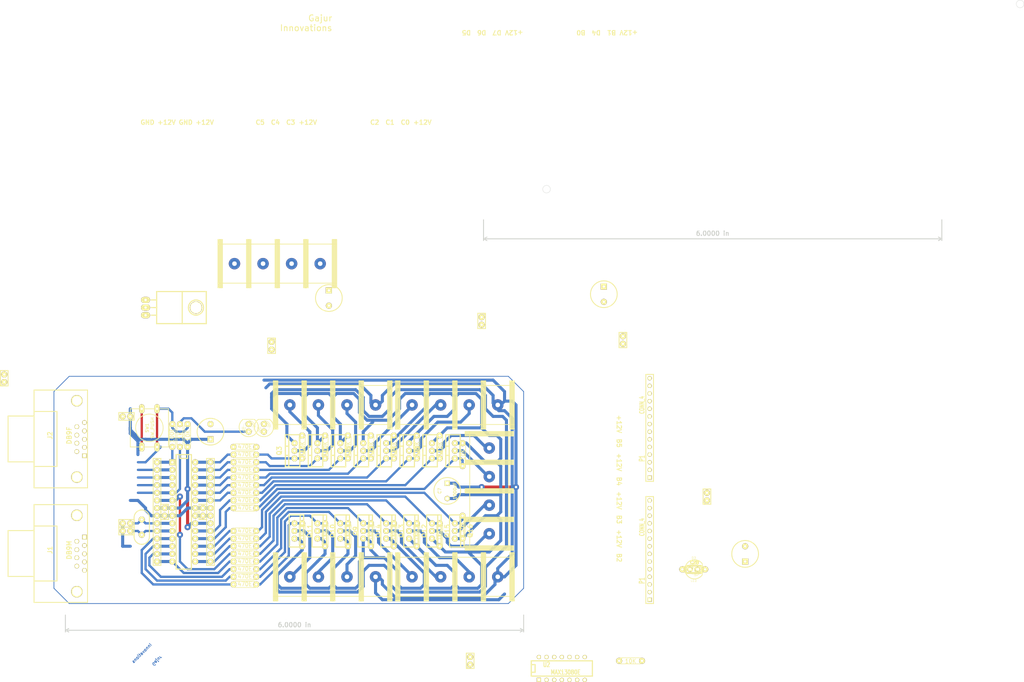
<source format=kicad_pcb>
(kicad_pcb (version 3) (host pcbnew "(2013-05-18 BZR 4017)-stable")
  (layers (15 F.Cu signal) (0 B.Cu signal) (19 F.Paste user) (21 F.SilkS user) (23 F.Mask user) (28 Edge.Cuts user))
  (net 0 "")
  (net 1 +12V)
  (net 2 /MISO)
  (net 3 /MOSI)
  (net 4 /P1)
  (net 5 /P10)
  (net 6 /P11)
  (net 7 /P12)
  (net 8 /P13)
  (net 9 /P14)
  (net 10 /P15)
  (net 11 /P16)
  (net 12 /P19)
  (net 13 /P2)
  (net 14 /P21)
  (net 15 /P23)
  (net 16 /P24)
  (net 17 /P25)
  (net 18 /P26)
  (net 19 /P27)
  (net 20 /P28)
  (net 21 /P3)
  (net 22 /P4)
  (net 23 /P5)
  (net 24 /P6)
  (net 25 /P9)
  (net 26 /R0)
  (net 27 /R1)
  (net 28 /RST_IN)
  (net 29 /T0)
  (net 30 /T1)
  (net 31 GND)
  (net 32 N-000001)
  (net 33 N-0000010)
  (net 34 N-0000011)
  (net 35 N-0000014)
  (net 36 N-0000015)
  (net 37 N-0000016)
  (net 38 N-0000017)
  (net 39 N-0000018)
  (net 40 N-0000019)
  (net 41 N-000002)
  (net 42 N-0000020)
  (net 43 N-0000021)
  (net 44 N-0000022)
  (net 45 N-0000023)
  (net 46 N-0000024)
  (net 47 N-0000025)
  (net 48 N-0000026)
  (net 49 N-0000027)
  (net 50 N-0000028)
  (net 51 N-0000029)
  (net 52 N-000003)
  (net 53 N-0000030)
  (net 54 N-0000031)
  (net 55 N-0000032)
  (net 56 N-0000033)
  (net 57 N-0000034)
  (net 58 N-0000035)
  (net 59 N-0000036)
  (net 60 N-0000037)
  (net 61 N-0000038)
  (net 62 N-0000039)
  (net 63 N-0000040)
  (net 64 N-0000041)
  (net 65 N-000005)
  (net 66 N-000008)
  (net 67 VCC)
  (module TO-220_Neutral123_Horizontal (layer F.Cu) (at 59.69 141.605 270)
    (fp_text reference U1 hide)
    (fp_text value 7805 hide)
    (pad GND thru_hole oval (at 0 0) (size 3.048 2.032) (drill 0.8128) (layers *.Cu *.Mask F.SilkS) (net 31 GND))
    (pad VI thru_hole oval (at -2.54 0) (size 3.048 2.032) (drill 0.8128) (layers *.Cu *.Mask F.SilkS) (net 1 +12V))
    (pad VO thru_hole oval (at 2.54 0) (size 3.048 2.032) (drill 0.8128) (layers *.Cu *.Mask F.SilkS) (net 67 VCC))
    (pad GND thru_hole circle (at 0 -16.764) (size 4.064 4.064) (drill 3.556) (layers *.Cu *.Mask F.SilkS) (net 31 GND))
  )
  (module SIL-14 (layer F.Cu) (at 81.28 209.55 90)
    (fp_text reference P2 hide)
    (fp_text value CONN_14 hide)
    (pad 1 thru_hole circle (at -16.51 0 90) (size 2.032 2.032) (drill 0.8128) (layers *.Cu *.Mask F.SilkS) (net 10 /P15))
    (pad 2 thru_hole circle (at -13.97 0 90) (size 2.032 2.032) (drill 0.8128) (layers *.Cu *.Mask F.SilkS) (net 11 /P16))
    (pad 3 thru_hole circle (at -11.43 0 90) (size 2.032 2.032) (drill 0.8128) (layers *.Cu *.Mask F.SilkS) (net 3 /MOSI))
    (pad 4 thru_hole circle (at -8.89 0 90) (size 2.032 2.032) (drill 0.8128) (layers *.Cu *.Mask F.SilkS) (net 2 /MISO))
    (pad 5 thru_hole circle (at -6.35 0 90) (size 2.032 2.032) (drill 0.8128) (layers *.Cu *.Mask F.SilkS) (net 12 /P19))
    (pad 6 thru_hole circle (at -3.81 0 90) (size 2.032 2.032) (drill 0.8128) (layers *.Cu *.Mask F.SilkS) (net 67 VCC))
    (pad 7 thru_hole circle (at -1.27 0 90) (size 2.032 2.032) (drill 0.8128) (layers *.Cu *.Mask F.SilkS) (net 14 /P21))
    (pad 8 thru_hole circle (at 1.27 0 90) (size 2.032 2.032) (drill 0.8128) (layers *.Cu *.Mask F.SilkS) (net 31 GND))
    (pad 9 thru_hole circle (at 3.81 0 90) (size 2.032 2.032) (drill 0.8128) (layers *.Cu *.Mask F.SilkS) (net 15 /P23))
    (pad 10 thru_hole circle (at 6.35 0 90) (size 2.032 2.032) (drill 0.8128) (layers *.Cu *.Mask F.SilkS) (net 16 /P24))
    (pad 11 thru_hole circle (at 8.89 0 90) (size 2.032 2.032) (drill 0.8128) (layers *.Cu *.Mask F.SilkS) (net 17 /P25))
    (pad 12 thru_hole circle (at 11.43 0 90) (size 2.032 2.032) (drill 0.8128) (layers *.Cu *.Mask F.SilkS) (net 18 /P26))
    (pad 13 thru_hole circle (at 13.97 0 90) (size 2.032 2.032) (drill 0.8128) (layers *.Cu *.Mask F.SilkS) (net 19 /P27))
    (pad 14 thru_hole circle (at 16.51 0 90) (size 2.032 2.032) (drill 0.8128) (layers *.Cu *.Mask F.SilkS) (net 20 /P28))
  )
  (module SIL-14 (layer F.Cu) (at 63.5 209.55 270)
    (fp_text reference P1 hide)
    (fp_text value CONN_14 hide)
    (pad 1 thru_hole circle (at -16.51 0 270) (size 2.032 2.032) (drill 0.8128) (layers *.Cu *.Mask F.SilkS) (net 4 /P1))
    (pad 2 thru_hole circle (at -13.97 0 270) (size 2.032 2.032) (drill 0.8128) (layers *.Cu *.Mask F.SilkS) (net 13 /P2))
    (pad 3 thru_hole circle (at -11.43 0 270) (size 2.032 2.032) (drill 0.8128) (layers *.Cu *.Mask F.SilkS) (net 21 /P3))
    (pad 4 thru_hole circle (at -8.89 0 270) (size 2.032 2.032) (drill 0.8128) (layers *.Cu *.Mask F.SilkS) (net 22 /P4))
    (pad 5 thru_hole circle (at -6.35 0 270) (size 2.032 2.032) (drill 0.8128) (layers *.Cu *.Mask F.SilkS) (net 23 /P5))
    (pad 6 thru_hole circle (at -3.81 0 270) (size 2.032 2.032) (drill 0.8128) (layers *.Cu *.Mask F.SilkS) (net 24 /P6))
    (pad 7 thru_hole circle (at -1.27 0 270) (size 2.032 2.032) (drill 0.8128) (layers *.Cu *.Mask F.SilkS) (net 67 VCC))
    (pad 8 thru_hole circle (at 1.27 0 270) (size 2.032 2.032) (drill 0.8128) (layers *.Cu *.Mask F.SilkS) (net 31 GND))
    (pad 9 thru_hole circle (at 3.81 0 270) (size 2.032 2.032) (drill 0.8128) (layers *.Cu *.Mask F.SilkS) (net 25 /P9))
    (pad 10 thru_hole circle (at 6.35 0 270) (size 2.032 2.032) (drill 0.8128) (layers *.Cu *.Mask F.SilkS) (net 5 /P10))
    (pad 11 thru_hole circle (at 8.89 0 270) (size 2.032 2.032) (drill 0.8128) (layers *.Cu *.Mask F.SilkS) (net 6 /P11))
    (pad 12 thru_hole circle (at 11.43 0 270) (size 2.032 2.032) (drill 0.8128) (layers *.Cu *.Mask F.SilkS) (net 7 /P12))
    (pad 13 thru_hole circle (at 13.97 0 270) (size 2.032 2.032) (drill 0.8128) (layers *.Cu *.Mask F.SilkS) (net 8 /P13))
    (pad 14 thru_hole circle (at 16.51 0 270) (size 2.032 2.032) (drill 0.8128) (layers *.Cu *.Mask F.SilkS) (net 9 /P14))
  )
  (module R3 (layer F.Cu) (at 92.71 228.6 180)
    (fp_text reference R14 hide)
    (fp_text value 470E (at 0 0.127 180) (layer F.SilkS) (effects (font (size 1.397 1.27) (thickness 0.2032))))
    (pad 1 thru_hole circle (at -3.81 0 180) (size 2.032 2.032) (drill 0.8128) (layers *.Cu *.Mask F.SilkS) (net 51 N-0000029))
    (pad 2 thru_hole circle (at 3.81 0 180) (size 2.032 2.032) (drill 0.8128) (layers *.Cu *.Mask F.SilkS) (net 8 /P13))
  )
  (module R3 (layer F.Cu) (at 92.71 203.2 180)
    (fp_text reference R9 hide)
    (fp_text value 470E (at 0 0.127 180) (layer F.SilkS) (effects (font (size 1.397 1.27) (thickness 0.2032))))
    (pad 1 thru_hole circle (at -3.81 0 180) (size 2.032 2.032) (drill 0.8128) (layers *.Cu *.Mask F.SilkS) (net 36 N-0000015))
    (pad 2 thru_hole circle (at 3.81 0 180) (size 2.032 2.032) (drill 0.8128) (layers *.Cu *.Mask F.SilkS) (net 15 /P23))
  )
  (module R3 (layer F.Cu) (at 92.71 208.28 180)
    (fp_text reference R12 hide)
    (fp_text value 470E (at 0 0.127 180) (layer F.SilkS) (effects (font (size 1.397 1.27) (thickness 0.2032))))
    (pad 1 thru_hole circle (at -3.81 0 180) (size 2.032 2.032) (drill 0.8128) (layers *.Cu *.Mask F.SilkS) (net 38 N-0000017))
    (pad 2 thru_hole circle (at 3.81 0 180) (size 2.032 2.032) (drill 0.8128) (layers *.Cu *.Mask F.SilkS) (net 2 /MISO))
  )
  (module R3 (layer F.Cu) (at 92.71 200.66 180)
    (fp_text reference R10 hide)
    (fp_text value 470E (at 0 0.127 180) (layer F.SilkS) (effects (font (size 1.397 1.27) (thickness 0.2032))))
    (pad 1 thru_hole circle (at -3.81 0 180) (size 2.032 2.032) (drill 0.8128) (layers *.Cu *.Mask F.SilkS) (net 35 N-0000014))
    (pad 2 thru_hole circle (at 3.81 0 180) (size 2.032 2.032) (drill 0.8128) (layers *.Cu *.Mask F.SilkS) (net 16 /P24))
  )
  (module R3 (layer F.Cu) (at 92.71 198.12 180)
    (fp_text reference R11 hide)
    (fp_text value 470E (at 0 0.127 180) (layer F.SilkS) (effects (font (size 1.397 1.27) (thickness 0.2032))))
    (pad 1 thru_hole circle (at -3.81 0 180) (size 2.032 2.032) (drill 0.8128) (layers *.Cu *.Mask F.SilkS) (net 39 N-0000018))
    (pad 2 thru_hole circle (at 3.81 0 180) (size 2.032 2.032) (drill 0.8128) (layers *.Cu *.Mask F.SilkS) (net 17 /P25))
  )
  (module R3 (layer F.Cu) (at 92.71 205.74 180)
    (fp_text reference R13 hide)
    (fp_text value 470E (at 0 0.127 180) (layer F.SilkS) (effects (font (size 1.397 1.27) (thickness 0.2032))))
    (pad 1 thru_hole circle (at -3.81 0 180) (size 2.032 2.032) (drill 0.8128) (layers *.Cu *.Mask F.SilkS) (net 37 N-0000016))
    (pad 2 thru_hole circle (at 3.81 0 180) (size 2.032 2.032) (drill 0.8128) (layers *.Cu *.Mask F.SilkS) (net 12 /P19))
  )
  (module R3 (layer F.Cu) (at 92.71 195.58 180)
    (fp_text reference R6 hide)
    (fp_text value 470E (at 0 0.127 180) (layer F.SilkS) (effects (font (size 1.397 1.27) (thickness 0.2032))))
    (pad 1 thru_hole circle (at -3.81 0 180) (size 2.032 2.032) (drill 0.8128) (layers *.Cu *.Mask F.SilkS) (net 45 N-0000023))
    (pad 2 thru_hole circle (at 3.81 0 180) (size 2.032 2.032) (drill 0.8128) (layers *.Cu *.Mask F.SilkS) (net 18 /P26))
  )
  (module R3 (layer F.Cu) (at 92.71 231.14 180)
    (fp_text reference R15 hide)
    (fp_text value 470E (at 0 0.127 180) (layer F.SilkS) (effects (font (size 1.397 1.27) (thickness 0.2032))))
    (pad 1 thru_hole circle (at -3.81 0 180) (size 2.032 2.032) (drill 0.8128) (layers *.Cu *.Mask F.SilkS) (net 56 N-0000033))
    (pad 2 thru_hole circle (at 3.81 0 180) (size 2.032 2.032) (drill 0.8128) (layers *.Cu *.Mask F.SilkS) (net 7 /P12))
  )
  (module R3 (layer F.Cu) (at 92.71 233.68 180)
    (fp_text reference R16 hide)
    (fp_text value 470E (at 0 0.127 180) (layer F.SilkS) (effects (font (size 1.397 1.27) (thickness 0.2032))))
    (pad 1 thru_hole circle (at -3.81 0 180) (size 2.032 2.032) (drill 0.8128) (layers *.Cu *.Mask F.SilkS) (net 57 N-0000034))
    (pad 2 thru_hole circle (at 3.81 0 180) (size 2.032 2.032) (drill 0.8128) (layers *.Cu *.Mask F.SilkS) (net 6 /P11))
  )
  (module R3 (layer F.Cu) (at 92.71 218.44 180)
    (fp_text reference R20 hide)
    (fp_text value 470E (at 0 0.127 180) (layer F.SilkS) (effects (font (size 1.397 1.27) (thickness 0.2032))))
    (pad 1 thru_hole circle (at -3.81 0 180) (size 2.032 2.032) (drill 0.8128) (layers *.Cu *.Mask F.SilkS) (net 55 N-0000032))
    (pad 2 thru_hole circle (at 3.81 0 180) (size 2.032 2.032) (drill 0.8128) (layers *.Cu *.Mask F.SilkS) (net 11 /P16))
  )
  (module R3 (layer F.Cu) (at 92.71 220.98 180)
    (fp_text reference R17 hide)
    (fp_text value 470E (at 0 0.127 180) (layer F.SilkS) (effects (font (size 1.397 1.27) (thickness 0.2032))))
    (pad 1 thru_hole circle (at -3.81 0 180) (size 2.032 2.032) (drill 0.8128) (layers *.Cu *.Mask F.SilkS) (net 61 N-0000038))
    (pad 2 thru_hole circle (at 3.81 0 180) (size 2.032 2.032) (drill 0.8128) (layers *.Cu *.Mask F.SilkS) (net 10 /P15))
  )
  (module R3 (layer F.Cu) (at 92.71 223.52 180)
    (fp_text reference R18 hide)
    (fp_text value 470E (at 0 0.127 180) (layer F.SilkS) (effects (font (size 1.397 1.27) (thickness 0.2032))))
    (pad 1 thru_hole circle (at -3.81 0 180) (size 2.032 2.032) (drill 0.8128) (layers *.Cu *.Mask F.SilkS) (net 54 N-0000031))
    (pad 2 thru_hole circle (at 3.81 0 180) (size 2.032 2.032) (drill 0.8128) (layers *.Cu *.Mask F.SilkS) (net 24 /P6))
  )
  (module R3 (layer F.Cu) (at 92.71 226.06 180)
    (fp_text reference R19 hide)
    (fp_text value 470E (at 0 0.127 180) (layer F.SilkS) (effects (font (size 1.397 1.27) (thickness 0.2032))))
    (pad 1 thru_hole circle (at -3.81 0 180) (size 2.032 2.032) (drill 0.8128) (layers *.Cu *.Mask F.SilkS) (net 53 N-0000030))
    (pad 2 thru_hole circle (at 3.81 0 180) (size 2.032 2.032) (drill 0.8128) (layers *.Cu *.Mask F.SilkS) (net 9 /P14))
  )
  (module R3 (layer F.Cu) (at 92.71 215.9 180)
    (fp_text reference R21 hide)
    (fp_text value 470E (at 0 0.127 180) (layer F.SilkS) (effects (font (size 1.397 1.27) (thickness 0.2032))))
    (pad 1 thru_hole circle (at -3.81 0 180) (size 2.032 2.032) (drill 0.8128) (layers *.Cu *.Mask F.SilkS) (net 50 N-0000028))
    (pad 2 thru_hole circle (at 3.81 0 180) (size 2.032 2.032) (drill 0.8128) (layers *.Cu *.Mask F.SilkS) (net 3 /MOSI))
  )
  (module R3 (layer F.Cu) (at 92.71 193.04 180)
    (fp_text reference R7 hide)
    (fp_text value 470E (at 0 0.127 180) (layer F.SilkS) (effects (font (size 1.397 1.27) (thickness 0.2032))))
    (pad 1 thru_hole circle (at -3.81 0 180) (size 2.032 2.032) (drill 0.8128) (layers *.Cu *.Mask F.SilkS) (net 44 N-0000022))
    (pad 2 thru_hole circle (at 3.81 0 180) (size 2.032 2.032) (drill 0.8128) (layers *.Cu *.Mask F.SilkS) (net 19 /P27))
  )
  (module R3 (layer F.Cu) (at 92.71 187.96 180)
    (fp_text reference R4 hide)
    (fp_text value 470E (at 0 0.127 180) (layer F.SilkS) (effects (font (size 1.397 1.27) (thickness 0.2032))))
    (pad 1 thru_hole circle (at -3.81 0 180) (size 2.032 2.032) (drill 0.8128) (layers *.Cu *.Mask F.SilkS) (net 32 N-000001))
    (pad 2 thru_hole circle (at 3.81 0 180) (size 2.032 2.032) (drill 0.8128) (layers *.Cu *.Mask F.SilkS) (net 67 VCC))
  )
  (module R3 (layer F.Cu) (at 68.58 184.15 270)
    (fp_text reference R3 hide)
    (fp_text value 100E (at 0 0.127 270) (layer F.SilkS) (effects (font (size 1.397 1.27) (thickness 0.2032))))
    (pad 1 thru_hole circle (at -3.81 0 270) (size 2.032 2.032) (drill 0.8128) (layers *.Cu *.Mask F.SilkS) (net 28 /RST_IN))
    (pad 2 thru_hole circle (at 3.81 0 270) (size 2.032 2.032) (drill 0.8128) (layers *.Cu *.Mask F.SilkS) (net 4 /P1))
  )
  (module R3 (layer F.Cu) (at 73.66 184.15 90)
    (fp_text reference R2 hide)
    (fp_text value 10K (at 0 0.127 90) (layer F.SilkS) (effects (font (size 1.397 1.27) (thickness 0.2032))))
    (pad 1 thru_hole circle (at -3.81 0 90) (size 2.032 2.032) (drill 0.8128) (layers *.Cu *.Mask F.SilkS) (net 67 VCC))
    (pad 2 thru_hole circle (at 3.81 0 90) (size 2.032 2.032) (drill 0.8128) (layers *.Cu *.Mask F.SilkS) (net 28 /RST_IN))
  )
  (module R3 (layer F.Cu) (at 71.12 184.15 90)
    (fp_text reference R1 hide)
    (fp_text value 1K (at 0 0.127 90) (layer F.SilkS) (effects (font (size 1.397 1.27) (thickness 0.2032))))
    (pad 1 thru_hole circle (at -3.81 0 90) (size 2.032 2.032) (drill 0.8128) (layers *.Cu *.Mask F.SilkS) (net 23 /P5))
    (pad 2 thru_hole circle (at 3.81 0 90) (size 2.032 2.032) (drill 0.8128) (layers *.Cu *.Mask F.SilkS) (net 52 N-000003))
  )
  (module R3 (layer F.Cu) (at 92.71 190.5 180)
    (fp_text reference R8 hide)
    (fp_text value 470E (at 0 0.127 180) (layer F.SilkS) (effects (font (size 1.397 1.27) (thickness 0.2032))))
    (pad 1 thru_hole circle (at -3.81 0 180) (size 2.032 2.032) (drill 0.8128) (layers *.Cu *.Mask F.SilkS) (net 43 N-0000021))
    (pad 2 thru_hole circle (at 3.81 0 180) (size 2.032 2.032) (drill 0.8128) (layers *.Cu *.Mask F.SilkS) (net 20 /P28))
  )
  (module LED-5MM (layer F.Cu) (at 99.06 181.61 90)
    (fp_text reference D2 hide)
    (fp_text value LED hide)
    (pad 1 thru_hole circle (at -1.27 0 90) (size 2.032 2.032) (drill 0.8128) (layers *.Cu *.Mask F.SilkS) (net 32 N-000001))
    (pad 2 thru_hole circle (at 1.27 0 90) (size 2.032 2.032) (drill 0.8128) (layers *.Cu *.Mask F.SilkS) (net 31 GND))
  )
  (module LED-5MM (layer F.Cu) (at 93.98 181.61 90)
    (fp_text reference D1 hide)
    (fp_text value LED hide)
    (pad 1 thru_hole circle (at -1.27 0 90) (size 2.032 2.032) (drill 0.8128) (layers *.Cu *.Mask F.SilkS) (net 52 N-000003))
    (pad 2 thru_hole circle (at 1.27 0 90) (size 2.032 2.032) (drill 0.8128) (layers *.Cu *.Mask F.SilkS) (net 31 GND))
  )
  (module HC-49V (layer F.Cu) (at 58.42 214.63 270)
    (fp_text reference X1 hide)
    (fp_text value 16MHz hide)
    (pad 1 thru_hole circle (at -2.54 0 270) (size 2.032 2.032) (drill 0.8128) (layers *.Cu *.Mask F.SilkS) (net 25 /P9))
    (pad 2 thru_hole circle (at 2.54 0 270) (size 2.032 2.032) (drill 0.8128) (layers *.Cu *.Mask F.SilkS) (net 5 /P10))
  )
  (module DIP-28__300 (layer F.Cu) (at 72.39 209.55 270)
    (fp_text reference IC1 hide)
    (fp_text value ATMEGA168-P hide)
    (pad 2 thru_hole circle (at -13.97 3.81 270) (size 2.032 2.032) (drill 0.8128) (layers *.Cu *.Mask F.SilkS) (net 13 /P2))
    (pad 3 thru_hole circle (at -11.43 3.81 270) (size 2.032 2.032) (drill 0.8128) (layers *.Cu *.Mask F.SilkS) (net 21 /P3))
    (pad 4 thru_hole circle (at -8.89 3.81 270) (size 2.032 2.032) (drill 0.8128) (layers *.Cu *.Mask F.SilkS) (net 22 /P4))
    (pad 5 thru_hole circle (at -6.35 3.81 270) (size 2.032 2.032) (drill 0.8128) (layers *.Cu *.Mask F.SilkS) (net 23 /P5))
    (pad 6 thru_hole circle (at -3.81 3.81 270) (size 2.032 2.032) (drill 0.8128) (layers *.Cu *.Mask F.SilkS) (net 24 /P6))
    (pad 7 thru_hole circle (at -1.27 3.81 270) (size 2.032 2.032) (drill 0.8128) (layers *.Cu *.Mask F.SilkS) (net 67 VCC))
    (pad 8 thru_hole circle (at 1.27 3.81 270) (size 2.032 2.032) (drill 0.8128) (layers *.Cu *.Mask F.SilkS) (net 31 GND))
    (pad 9 thru_hole circle (at 3.81 3.81 270) (size 2.032 2.032) (drill 0.8128) (layers *.Cu *.Mask F.SilkS) (net 25 /P9))
    (pad 10 thru_hole circle (at 6.35 3.81 270) (size 2.032 2.032) (drill 0.8128) (layers *.Cu *.Mask F.SilkS) (net 5 /P10))
    (pad 11 thru_hole circle (at 8.89 3.81 270) (size 2.032 2.032) (drill 0.8128) (layers *.Cu *.Mask F.SilkS) (net 6 /P11))
    (pad 12 thru_hole circle (at 11.43 3.81 270) (size 2.032 2.032) (drill 0.8128) (layers *.Cu *.Mask F.SilkS) (net 7 /P12))
    (pad 13 thru_hole circle (at 13.97 3.81 270) (size 2.032 2.032) (drill 0.8128) (layers *.Cu *.Mask F.SilkS) (net 8 /P13))
    (pad 14 thru_hole circle (at 16.51 3.81 270) (size 2.032 2.032) (drill 0.8128) (layers *.Cu *.Mask F.SilkS) (net 9 /P14))
    (pad 1 thru_hole rect (at -16.51 3.81 270) (size 2.032 2.032) (drill 0.8128) (layers *.Cu *.Mask F.SilkS) (net 4 /P1))
    (pad 15 thru_hole circle (at 16.51 -3.81 270) (size 2.032 2.032) (drill 0.8128) (layers *.Cu *.Mask F.SilkS) (net 10 /P15))
    (pad 16 thru_hole circle (at 13.97 -3.81 270) (size 2.032 2.032) (drill 0.8128) (layers *.Cu *.Mask F.SilkS) (net 11 /P16))
    (pad 17 thru_hole circle (at 11.43 -3.81 270) (size 2.032 2.032) (drill 0.8128) (layers *.Cu *.Mask F.SilkS) (net 3 /MOSI))
    (pad 18 thru_hole circle (at 8.89 -3.81 270) (size 2.032 2.032) (drill 0.8128) (layers *.Cu *.Mask F.SilkS) (net 2 /MISO))
    (pad 19 thru_hole circle (at 6.35 -3.81 270) (size 2.032 2.032) (drill 0.8128) (layers *.Cu *.Mask F.SilkS) (net 12 /P19))
    (pad 20 thru_hole circle (at 3.81 -3.81 270) (size 2.032 2.032) (drill 0.8128) (layers *.Cu *.Mask F.SilkS) (net 67 VCC))
    (pad 21 thru_hole circle (at 1.27 -3.81 270) (size 2.032 2.032) (drill 0.8128) (layers *.Cu *.Mask F.SilkS) (net 14 /P21))
    (pad 22 thru_hole circle (at -1.27 -3.81 270) (size 2.032 2.032) (drill 0.8128) (layers *.Cu *.Mask F.SilkS) (net 31 GND))
    (pad 23 thru_hole circle (at -3.81 -3.81 270) (size 2.032 2.032) (drill 0.8128) (layers *.Cu *.Mask F.SilkS) (net 15 /P23))
    (pad 24 thru_hole circle (at -6.35 -3.81 270) (size 2.032 2.032) (drill 0.8128) (layers *.Cu *.Mask F.SilkS) (net 16 /P24))
    (pad 25 thru_hole circle (at -8.89 -3.81 270) (size 2.032 2.032) (drill 0.8128) (layers *.Cu *.Mask F.SilkS) (net 17 /P25))
    (pad 26 thru_hole circle (at -11.43 -3.81 270) (size 2.032 2.032) (drill 0.8128) (layers *.Cu *.Mask F.SilkS) (net 18 /P26))
    (pad 27 thru_hole circle (at -13.97 -3.81 270) (size 2.032 2.032) (drill 0.8128) (layers *.Cu *.Mask F.SilkS) (net 19 /P27))
    (pad 28 thru_hole circle (at -16.51 -3.81 270) (size 2.032 2.032) (drill 0.8128) (layers *.Cu *.Mask F.SilkS) (net 20 /P28))
  )
  (module C2V8 (layer F.Cu) (at 259.08 223.52 90)
    (fp_text reference C9 hide)
    (fp_text value 1000uF hide)
    (pad 1 thru_hole rect (at -2.54 0 90) (size 2.032 2.032) (drill 0.8128) (layers *.Cu *.Mask F.SilkS) (net 1 +12V))
    (pad 2 thru_hole circle (at 2.54 0 90) (size 2.032 2.032) (drill 0.8128) (layers *.Cu *.Mask F.SilkS) (net 31 GND))
  )
  (module C2V8 (layer F.Cu) (at 81.28 182.88 90)
    (fp_text reference C4 hide)
    (fp_text value 1000uF hide)
    (pad 1 thru_hole rect (at -2.54 0 90) (size 2.032 2.032) (drill 0.8128) (layers *.Cu *.Mask F.SilkS) (net 67 VCC))
    (pad 2 thru_hole circle (at 2.54 0 90) (size 2.032 2.032) (drill 0.8128) (layers *.Cu *.Mask F.SilkS) (net 31 GND))
  )
  (module C2V8 (layer F.Cu) (at 212.09 137.16 270)
    (fp_text reference C8 hide)
    (fp_text value 1000uF hide)
    (pad 1 thru_hole rect (at -2.54 0 270) (size 2.032 2.032) (drill 0.8128) (layers *.Cu *.Mask F.SilkS) (net 1 +12V))
    (pad 2 thru_hole circle (at 2.54 0 270) (size 2.032 2.032) (drill 0.8128) (layers *.Cu *.Mask F.SilkS) (net 31 GND))
  )
  (module C2V8 (layer F.Cu) (at 120.65 138.43 270)
    (fp_text reference C6 hide)
    (fp_text value 1000uF hide)
    (pad 1 thru_hole rect (at -2.54 0 270) (size 2.032 2.032) (drill 0.8128) (layers *.Cu *.Mask F.SilkS) (net 1 +12V))
    (pad 2 thru_hole circle (at 2.54 0 270) (size 2.032 2.032) (drill 0.8128) (layers *.Cu *.Mask F.SilkS) (net 31 GND))
  )
  (module C1 (layer F.Cu) (at 78.74 209.55 90)
    (fp_text reference C2 (at 0.254 -2.286 90) (layer F.SilkS) (effects (font (size 1.016 1.016) (thickness 0.2032))))
    (fp_text value 104 hide)
    (pad 1 thru_hole circle (at -1.27 0 90) (size 2.032 2.032) (drill 0.8128) (layers *.Cu *.Mask F.SilkS) (net 14 /P21))
    (pad 2 thru_hole circle (at 1.27 0 90) (size 2.032 2.032) (drill 0.8128) (layers *.Cu *.Mask F.SilkS) (net 31 GND))
  )
  (module C1 (layer F.Cu) (at 246.38 204.47 90)
    (fp_text reference C11 hide)
    (fp_text value 104 hide)
    (pad 1 thru_hole circle (at -1.27 0 90) (size 2.032 2.032) (drill 0.8128) (layers *.Cu *.Mask F.SilkS) (net 1 +12V))
    (pad 2 thru_hole circle (at 1.27 0 90) (size 2.032 2.032) (drill 0.8128) (layers *.Cu *.Mask F.SilkS) (net 31 GND))
  )
  (module C1 (layer F.Cu) (at 218.44 152.4 270)
    (fp_text reference C10 hide)
    (fp_text value 104 hide)
    (pad 1 thru_hole circle (at -1.27 0 270) (size 2.032 2.032) (drill 0.8128) (layers *.Cu *.Mask F.SilkS) (net 1 +12V))
    (pad 2 thru_hole circle (at 1.27 0 270) (size 2.032 2.032) (drill 0.8128) (layers *.Cu *.Mask F.SilkS) (net 31 GND))
  )
  (module C1 (layer F.Cu) (at 167.64 259.08 90)
    (fp_text reference C12 hide)
    (fp_text value 104 hide)
    (pad 1 thru_hole circle (at -1.27 0 90) (size 2.032 2.032) (drill 0.8128) (layers *.Cu *.Mask F.SilkS) (net 1 +12V))
    (pad 2 thru_hole circle (at 1.27 0 90) (size 2.032 2.032) (drill 0.8128) (layers *.Cu *.Mask F.SilkS) (net 31 GND))
  )
  (module C1 (layer F.Cu) (at 53.34 177.8 180)
    (fp_text reference C5 hide)
    (fp_text value 104 hide)
    (pad 1 thru_hole circle (at -1.27 0 180) (size 2.032 2.032) (drill 0.8128) (layers *.Cu *.Mask F.SilkS) (net 67 VCC))
    (pad 2 thru_hole circle (at 1.27 0 180) (size 2.032 2.032) (drill 0.8128) (layers *.Cu *.Mask F.SilkS) (net 31 GND))
  )
  (module C1 (layer F.Cu) (at 53.34 215.9 180)
    (fp_text reference C3 hide)
    (fp_text value 22pF hide)
    (pad 1 thru_hole circle (at -1.27 0 180) (size 2.032 2.032) (drill 0.8128) (layers *.Cu *.Mask F.SilkS) (net 5 /P10))
    (pad 2 thru_hole circle (at 1.27 0 180) (size 2.032 2.032) (drill 0.8128) (layers *.Cu *.Mask F.SilkS) (net 31 GND))
  )
  (module C1 (layer F.Cu) (at 53.34 213.36 180)
    (fp_text reference C1 hide)
    (fp_text value 22pF hide)
    (pad 1 thru_hole circle (at -1.27 0 180) (size 2.032 2.032) (drill 0.8128) (layers *.Cu *.Mask F.SilkS) (net 25 /P9))
    (pad 2 thru_hole circle (at 1.27 0 180) (size 2.032 2.032) (drill 0.8128) (layers *.Cu *.Mask F.SilkS) (net 31 GND))
  )
  (module C1 (layer F.Cu) (at 101.6 154.305 270)
    (fp_text reference C13 hide)
    (fp_text value 104 hide)
    (pad 1 thru_hole circle (at -1.27 0 270) (size 2.032 2.032) (drill 0.8128) (layers *.Cu *.Mask F.SilkS) (net 1 +12V))
    (pad 2 thru_hole circle (at 1.27 0 270) (size 2.032 2.032) (drill 0.8128) (layers *.Cu *.Mask F.SilkS) (net 31 GND))
  )
  (module C1 (layer F.Cu) (at 171.45 146.05 270)
    (fp_text reference C14 hide)
    (fp_text value 104 hide)
    (pad 1 thru_hole circle (at -1.27 0 270) (size 2.032 2.032) (drill 0.8128) (layers *.Cu *.Mask F.SilkS) (net 1 +12V))
    (pad 2 thru_hole circle (at 1.27 0 270) (size 2.032 2.032) (drill 0.8128) (layers *.Cu *.Mask F.SilkS) (net 31 GND))
  )
  (module C1 (layer F.Cu) (at 12.7 165.1 90)
    (fp_text reference C15 hide)
    (fp_text value 104 hide)
    (pad 1 thru_hole circle (at -1.27 0 90) (size 2.032 2.032) (drill 0.8128) (layers *.Cu *.Mask F.SilkS) (net 67 VCC))
    (pad 2 thru_hole circle (at 1.27 0 90) (size 2.032 2.032) (drill 0.8128) (layers *.Cu *.Mask F.SilkS) (net 31 GND))
  )
  (module C1 (layer F.Cu) (at 66.04 209.55 270)
    (fp_text reference C16 hide)
    (fp_text value 104 hide)
    (pad 1 thru_hole circle (at -1.27 0 270) (size 2.032 2.032) (drill 0.8128) (layers *.Cu *.Mask F.SilkS) (net 67 VCC))
    (pad 2 thru_hole circle (at 1.27 0 270) (size 2.032 2.032) (drill 0.8128) (layers *.Cu *.Mask F.SilkS) (net 31 GND))
  )
  (module R3 (layer F.Cu) (at 241.985001 228.655001)
    (fp_text reference R5 hide)
    (fp_text value 470E (at 0 0.127) (layer F.SilkS) (effects (font (size 1.397 1.27) (thickness 0.2032))))
    (pad 1 thru_hole circle (at -3.81 0) (size 2.032 2.032) (drill 0.8128) (layers *.Cu *.Mask F.SilkS) (net 65 N-000005))
    (pad 2 thru_hole circle (at 3.81 0) (size 2.032 2.032) (drill 0.8128) (layers *.Cu *.Mask F.SilkS) (net 1 +12V))
  )
  (module LED-5MM (layer F.Cu) (at 241.985001 228.655001)
    (fp_text reference D3 (at 0 -3.81) (layer F.SilkS) (effects (font (size 0.762 0.762) (thickness 0.0889))))
    (fp_text value LED (at 0 3.81) (layer F.SilkS) (effects (font (size 0.762 0.762) (thickness 0.0889))))
    (pad 1 thru_hole circle (at -1.27 0) (size 1.6764 1.6764) (drill 0.8128) (layers *.Cu *.Mask F.SilkS) (net 65 N-000005))
    (pad 2 thru_hole circle (at 1.27 0) (size 1.6764 1.6764) (drill 0.8128) (layers *.Cu *.Mask F.SilkS) (net 31 GND))
  )
  (module C2V8 (layer F.Cu) (at 160.02 202.565 270)
    (fp_text reference C7 (at 0 2.54 270) (layer F.SilkS) (effects (font (size 1.016 1.016) (thickness 0.2032))))
    (fp_text value 1000uF (at 0 -2.54 270) (layer F.SilkS) (effects (font (size 1.016 1.016) (thickness 0.2032))))
    (pad 1 thru_hole rect (at -2.54 0 270) (size 1.778 1.778) (drill 1.016) (layers *.Cu *.Mask F.SilkS) (net 1 +12V))
    (pad 2 thru_hole circle (at 2.54 0 270) (size 1.778 1.778) (drill 1.016) (layers *.Cu *.Mask F.SilkS) (net 31 GND))
  )
  (module C1 (layer F.Cu) (at 241.985001 228.655001)
    (fp_text reference C17 (at 0.254 -2.286) (layer F.SilkS) (effects (font (size 1.016 1.016) (thickness 0.2032))))
    (fp_text value 104 hide)
    (pad 1 thru_hole circle (at -1.27 0) (size 1.397 1.397) (drill 0.8128) (layers *.Cu *.Mask F.SilkS) (net 67 VCC))
    (pad 2 thru_hole circle (at 1.27 0) (size 1.397 1.397) (drill 0.8128) (layers *.Cu *.Mask F.SilkS) (net 31 GND))
  )
  (module C1 (layer F.Cu) (at 241.985001 228.655001)
    (fp_text reference C18 (at 0.254 -2.286) (layer F.SilkS) (effects (font (size 1.016 1.016) (thickness 0.2032))))
    (fp_text value 104 hide)
    (pad 1 thru_hole circle (at -1.27 0) (size 1.397 1.397) (drill 0.8128) (layers *.Cu *.Mask F.SilkS) (net 67 VCC))
    (pad 2 thru_hole circle (at 1.27 0) (size 1.397 1.397) (drill 0.8128) (layers *.Cu *.Mask F.SilkS) (net 31 GND))
  )
  (module C1 (layer F.Cu) (at 241.985001 228.655001)
    (fp_text reference C19 (at 0.254 -2.286) (layer F.SilkS) (effects (font (size 1.016 1.016) (thickness 0.2032))))
    (fp_text value 104 hide)
    (pad 1 thru_hole circle (at -1.27 0) (size 1.397 1.397) (drill 0.8128) (layers *.Cu *.Mask F.SilkS) (net 67 VCC))
    (pad 2 thru_hole circle (at 1.27 0) (size 1.397 1.397) (drill 0.8128) (layers *.Cu *.Mask F.SilkS) (net 31 GND))
  )
  (module C1 (layer F.Cu) (at 241.985001 228.655001)
    (fp_text reference C20 (at 0.254 -2.286) (layer F.SilkS) (effects (font (size 1.016 1.016) (thickness 0.2032))))
    (fp_text value 104 hide)
    (pad 1 thru_hole circle (at -1.27 0) (size 1.397 1.397) (drill 0.8128) (layers *.Cu *.Mask F.SilkS) (net 67 VCC))
    (pad 2 thru_hole circle (at 1.27 0) (size 1.397 1.397) (drill 0.8128) (layers *.Cu *.Mask F.SilkS) (net 31 GND))
  )
  (module C1 (layer F.Cu) (at 241.985001 228.655001)
    (fp_text reference C21 (at 0.254 -2.286) (layer F.SilkS) (effects (font (size 1.016 1.016) (thickness 0.2032))))
    (fp_text value 104 hide)
    (pad 1 thru_hole circle (at -1.27 0) (size 1.397 1.397) (drill 0.8128) (layers *.Cu *.Mask F.SilkS) (net 67 VCC))
    (pad 2 thru_hole circle (at 1.27 0) (size 1.397 1.397) (drill 0.8128) (layers *.Cu *.Mask F.SilkS) (net 31 GND))
  )
  (module C1 (layer F.Cu) (at 241.985001 228.655001)
    (fp_text reference C22 (at 0.254 -2.286) (layer F.SilkS) (effects (font (size 1.016 1.016) (thickness 0.2032))))
    (fp_text value 104 hide)
    (pad 1 thru_hole circle (at -1.27 0) (size 1.397 1.397) (drill 0.8128) (layers *.Cu *.Mask F.SilkS) (net 67 VCC))
    (pad 2 thru_hole circle (at 1.27 0) (size 1.397 1.397) (drill 0.8128) (layers *.Cu *.Mask F.SilkS) (net 31 GND))
  )
  (module C1 (layer F.Cu) (at 241.985001 228.655001)
    (fp_text reference C23 (at 0.254 -2.286) (layer F.SilkS) (effects (font (size 1.016 1.016) (thickness 0.2032))))
    (fp_text value 104 hide)
    (pad 1 thru_hole circle (at -1.27 0) (size 1.397 1.397) (drill 0.8128) (layers *.Cu *.Mask F.SilkS) (net 67 VCC))
    (pad 2 thru_hole circle (at 1.27 0) (size 1.397 1.397) (drill 0.8128) (layers *.Cu *.Mask F.SilkS) (net 31 GND))
  )
  (module C1 (layer F.Cu) (at 241.985001 228.655001)
    (fp_text reference C24 (at 0.254 -2.286) (layer F.SilkS) (effects (font (size 1.016 1.016) (thickness 0.2032))))
    (fp_text value 104 hide)
    (pad 1 thru_hole circle (at -1.27 0) (size 1.397 1.397) (drill 0.8128) (layers *.Cu *.Mask F.SilkS) (net 67 VCC))
    (pad 2 thru_hole circle (at 1.27 0) (size 1.397 1.397) (drill 0.8128) (layers *.Cu *.Mask F.SilkS) (net 31 GND))
  )
  (module R3 (layer F.Cu) (at 220.98 259.08)
    (fp_text reference R22 hide)
    (fp_text value 10K (at 0 0.127) (layer F.SilkS) (effects (font (size 1.397 1.27) (thickness 0.2032))))
    (pad 1 thru_hole circle (at -3.81 0) (size 2.032 2.032) (drill 0.8128) (layers *.Cu *.Mask F.SilkS) (net 31 GND))
    (pad 2 thru_hole circle (at 3.81 0) (size 2.032 2.032) (drill 0.8128) (layers *.Cu *.Mask F.SilkS) (net 22 /P4))
  )
  (module DIP-14__300 (layer F.Cu) (at 198.12 261.62)
    (fp_text reference U2 (at -5.08 -1.27) (layer F.SilkS) (effects (font (size 1.524 1.143) (thickness 0.3048))))
    (fp_text value MAX13080E (at 1.27 1.27) (layer F.SilkS) (effects (font (size 1.524 1.143) (thickness 0.3048))))
    (pad 1 thru_hole rect (at -7.62 3.81) (size 1.397 1.397) (drill 0.8128) (layers *.Cu *.Mask F.SilkS))
    (pad 2 thru_hole circle (at -5.08 3.81) (size 1.397 1.397) (drill 0.8128) (layers *.Cu *.Mask F.SilkS) (net 13 /P2))
    (pad 3 thru_hole circle (at -2.54 3.81) (size 1.397 1.397) (drill 0.8128) (layers *.Cu *.Mask F.SilkS) (net 31 GND))
    (pad 4 thru_hole circle (at 0 3.81) (size 1.397 1.397) (drill 0.8128) (layers *.Cu *.Mask F.SilkS) (net 22 /P4))
    (pad 5 thru_hole circle (at 2.54 3.81) (size 1.397 1.397) (drill 0.8128) (layers *.Cu *.Mask F.SilkS) (net 21 /P3))
    (pad 6 thru_hole circle (at 5.08 3.81) (size 1.397 1.397) (drill 0.8128) (layers *.Cu *.Mask F.SilkS) (net 31 GND))
    (pad 7 thru_hole circle (at 7.62 3.81) (size 1.397 1.397) (drill 0.8128) (layers *.Cu *.Mask F.SilkS) (net 31 GND))
    (pad 8 thru_hole circle (at 7.62 -3.81) (size 1.397 1.397) (drill 0.8128) (layers *.Cu *.Mask F.SilkS))
    (pad 9 thru_hole circle (at 5.08 -3.81) (size 1.397 1.397) (drill 0.8128) (layers *.Cu *.Mask F.SilkS) (net 27 /R1))
    (pad 10 thru_hole circle (at 2.54 -3.81) (size 1.397 1.397) (drill 0.8128) (layers *.Cu *.Mask F.SilkS) (net 26 /R0))
    (pad 11 thru_hole circle (at 0 -3.81) (size 1.397 1.397) (drill 0.8128) (layers *.Cu *.Mask F.SilkS) (net 29 /T0))
    (pad 12 thru_hole circle (at -2.54 -3.81) (size 1.397 1.397) (drill 0.8128) (layers *.Cu *.Mask F.SilkS) (net 30 /T1))
    (pad 13 thru_hole circle (at -5.08 -3.81) (size 1.397 1.397) (drill 0.8128) (layers *.Cu *.Mask F.SilkS))
    (pad 14 thru_hole circle (at -7.62 -3.81) (size 1.397 1.397) (drill 0.8128) (layers *.Cu *.Mask F.SilkS) (net 67 VCC))
  )
  (module DB9MC (layer F.Cu) (at 38.1 223.52 90)
    (fp_text reference J1 (at 1.27 -10.16 90) (layer F.SilkS) (effects (font (size 1.524 1.524) (thickness 0.3048))))
    (fp_text value DB9M (at 1.27 -3.81 90) (layer F.SilkS) (effects (font (size 1.524 1.524) (thickness 0.3048))))
    (pad "" thru_hole circle (at 12.827 -1.27 90) (size 3.81 3.81) (drill 3.048) (layers *.Cu *.Mask F.SilkS))
    (pad "" thru_hole circle (at -12.573 -1.27 90) (size 3.81 3.81) (drill 3.048) (layers *.Cu *.Mask F.SilkS))
    (pad 1 thru_hole rect (at 5.588 1.27 90) (size 1.524 1.524) (drill 1.016) (layers *.Cu *.Mask F.SilkS) (net 31 GND))
    (pad 2 thru_hole circle (at 2.794 1.27 90) (size 1.524 1.524) (drill 1.016) (layers *.Cu *.Mask F.SilkS) (net 30 /T1))
    (pad 3 thru_hole circle (at 0 1.27 90) (size 1.524 1.524) (drill 1.016) (layers *.Cu *.Mask F.SilkS) (net 29 /T0))
    (pad 4 thru_hole circle (at -2.667 1.27 90) (size 1.524 1.524) (drill 1.016) (layers *.Cu *.Mask F.SilkS) (net 26 /R0))
    (pad 5 thru_hole circle (at -5.461 1.27 90) (size 1.524 1.524) (drill 1.016) (layers *.Cu *.Mask F.SilkS) (net 27 /R1))
    (pad 9 thru_hole circle (at -4.064 -1.27 90) (size 1.524 1.524) (drill 1.016) (layers *.Cu *.Mask F.SilkS) (net 27 /R1))
    (pad 8 thru_hole circle (at -1.27 -1.27 90) (size 1.524 1.524) (drill 1.016) (layers *.Cu *.Mask F.SilkS) (net 26 /R0))
    (pad 7 thru_hole circle (at 1.397 -1.27 90) (size 1.524 1.524) (drill 1.016) (layers *.Cu *.Mask F.SilkS) (net 29 /T0))
    (pad 6 thru_hole circle (at 4.191 -1.27 90) (size 1.524 1.524) (drill 1.016) (layers *.Cu *.Mask F.SilkS) (net 30 /T1))
  )
  (module DB9FC (layer F.Cu) (at 38.1 185.42 90)
    (fp_text reference J2 (at 1.27 -10.16 90) (layer F.SilkS) (effects (font (size 1.524 1.524) (thickness 0.3048))))
    (fp_text value DB9F (at 1.27 -3.81 90) (layer F.SilkS) (effects (font (size 1.524 1.524) (thickness 0.3048))))
    (pad "" thru_hole circle (at 12.827 -1.27 90) (size 3.81 3.81) (drill 3.048) (layers *.Cu *.Mask F.SilkS))
    (pad "" thru_hole circle (at -12.573 -1.27 90) (size 3.81 3.81) (drill 3.048) (layers *.Cu *.Mask F.SilkS))
    (pad 1 thru_hole rect (at -5.461 1.27 90) (size 1.524 1.524) (drill 1.016) (layers *.Cu *.Mask F.SilkS) (net 31 GND))
    (pad 2 thru_hole circle (at -2.667 1.27 90) (size 1.524 1.524) (drill 1.016) (layers *.Cu *.Mask F.SilkS) (net 30 /T1))
    (pad 3 thru_hole circle (at 0 1.27 90) (size 1.524 1.524) (drill 1.016) (layers *.Cu *.Mask F.SilkS) (net 29 /T0))
    (pad 4 thru_hole circle (at 2.794 1.27 90) (size 1.524 1.524) (drill 1.016) (layers *.Cu *.Mask F.SilkS) (net 26 /R0))
    (pad 5 thru_hole circle (at 5.588 1.27 90) (size 1.524 1.524) (drill 1.016) (layers *.Cu *.Mask F.SilkS) (net 27 /R1))
    (pad 6 thru_hole circle (at -4.064 -1.27 90) (size 1.524 1.524) (drill 1.016) (layers *.Cu *.Mask F.SilkS) (net 30 /T1))
    (pad 7 thru_hole circle (at -1.27 -1.27 90) (size 1.524 1.524) (drill 1.016) (layers *.Cu *.Mask F.SilkS) (net 29 /T0))
    (pad 8 thru_hole circle (at 1.397 -1.27 90) (size 1.524 1.524) (drill 1.016) (layers *.Cu *.Mask F.SilkS) (net 26 /R0))
    (pad 9 thru_hole circle (at 4.191 -1.27 90) (size 1.524 1.524) (drill 1.016) (layers *.Cu *.Mask F.SilkS) (net 27 /R1))
  )
  (module CONN_4_SOLAR (layer F.Cu) (at 162.56 173.99 180)
    (fp_text reference P5 hide)
    (fp_text value CONN_4 hide)
    (pad 3 thru_hole circle (at 4.7498 0 180) (size 3.81 3.81) (drill 1.524) (layers *.Cu *.Mask) (net 63 N-0000040))
    (pad 2 thru_hole circle (at -4.7498 0 180) (size 3.81 3.81) (drill 1.524) (layers *.Cu *.Mask) (net 58 N-0000035))
    (pad 4 thru_hole circle (at 14.2494 0 180) (size 3.81 3.81) (drill 1.524) (layers *.Cu *.Mask) (net 62 N-0000039))
    (pad 1 thru_hole circle (at -14.2494 0 180) (size 3.81 3.81) (drill 1.524) (layers *.Cu *.Mask) (net 1 +12V))
  )
  (module TO-220_Neutral123_Vertical (layer F.Cu) (at 154.94 215.9 270)
    (fp_text reference Q15 (at 0 -5.08 270) (layer F.SilkS) (effects (font (size 1.524 1.524) (thickness 0.3048))))
    (fp_text value TIP122 hide)
    (pad 2 thru_hole circle (at 0 0 270) (size 2.032 2.032) (drill 0.8128) (layers *.Cu *.Mask F.SilkS) (net 40 N-0000019))
    (pad 1 thru_hole circle (at -2.54 0 270) (size 2.032 2.032) (drill 0.8128) (layers *.Cu *.Mask F.SilkS) (net 55 N-0000032))
    (pad 3 thru_hole circle (at 2.54 0 270) (size 2.032 2.032) (drill 0.8128) (layers *.Cu *.Mask F.SilkS) (net 31 GND))
  )
  (module TO-220_Neutral123_Vertical (layer F.Cu) (at 139.7 189.23 90)
    (fp_text reference Q5 (at 0 -5.08 90) (layer F.SilkS) (effects (font (size 1.524 1.524) (thickness 0.3048))))
    (fp_text value TIP122 hide)
    (pad 2 thru_hole circle (at 0 0 90) (size 2.032 2.032) (drill 0.8128) (layers *.Cu *.Mask F.SilkS) (net 63 N-0000040))
    (pad 1 thru_hole circle (at -2.54 0 90) (size 2.032 2.032) (drill 0.8128) (layers *.Cu *.Mask F.SilkS) (net 35 N-0000014))
    (pad 3 thru_hole circle (at 2.54 0 90) (size 2.032 2.032) (drill 0.8128) (layers *.Cu *.Mask F.SilkS) (net 31 GND))
  )
  (module TO-220_Neutral123_Vertical (layer F.Cu) (at 132.08 189.23 90)
    (fp_text reference Q6 (at 0 -5.08 90) (layer F.SilkS) (effects (font (size 1.524 1.524) (thickness 0.3048))))
    (fp_text value TIP122 hide)
    (pad 2 thru_hole circle (at 0 0 90) (size 2.032 2.032) (drill 0.8128) (layers *.Cu *.Mask F.SilkS) (net 62 N-0000039))
    (pad 1 thru_hole circle (at -2.54 0 90) (size 2.032 2.032) (drill 0.8128) (layers *.Cu *.Mask F.SilkS) (net 39 N-0000018))
    (pad 3 thru_hole circle (at 2.54 0 90) (size 2.032 2.032) (drill 0.8128) (layers *.Cu *.Mask F.SilkS) (net 31 GND))
  )
  (module TO-220_Neutral123_Vertical (layer F.Cu) (at 154.94 189.23 90)
    (fp_text reference Q8 (at 0 -5.08 90) (layer F.SilkS) (effects (font (size 1.524 1.524) (thickness 0.3048))))
    (fp_text value TIP122 hide)
    (pad 2 thru_hole circle (at 0 0 90) (size 2.032 2.032) (drill 0.8128) (layers *.Cu *.Mask F.SilkS) (net 49 N-0000027))
    (pad 1 thru_hole circle (at -2.54 0 90) (size 2.032 2.032) (drill 0.8128) (layers *.Cu *.Mask F.SilkS) (net 37 N-0000016))
    (pad 3 thru_hole circle (at 2.54 0 90) (size 2.032 2.032) (drill 0.8128) (layers *.Cu *.Mask F.SilkS) (net 31 GND))
  )
  (module TO-220_Neutral123_Vertical (layer F.Cu) (at 124.46 215.9 270)
    (fp_text reference Q9 (at 0 -5.08 270) (layer F.SilkS) (effects (font (size 1.524 1.524) (thickness 0.3048))))
    (fp_text value TIP122 hide)
    (pad 2 thru_hole circle (at 0 0 270) (size 2.032 2.032) (drill 0.8128) (layers *.Cu *.Mask F.SilkS) (net 64 N-0000041))
    (pad 1 thru_hole circle (at -2.54 0 270) (size 2.032 2.032) (drill 0.8128) (layers *.Cu *.Mask F.SilkS) (net 51 N-0000029))
    (pad 3 thru_hole circle (at 2.54 0 270) (size 2.032 2.032) (drill 0.8128) (layers *.Cu *.Mask F.SilkS) (net 31 GND))
  )
  (module TO-220_Neutral123_Vertical (layer F.Cu) (at 116.84 215.9 270)
    (fp_text reference Q10 (at 0 -5.08 270) (layer F.SilkS) (effects (font (size 1.524 1.524) (thickness 0.3048))))
    (fp_text value TIP122 hide)
    (pad 2 thru_hole circle (at 0 0 270) (size 2.032 2.032) (drill 0.8128) (layers *.Cu *.Mask F.SilkS) (net 66 N-000008))
    (pad 1 thru_hole circle (at -2.54 0 270) (size 2.032 2.032) (drill 0.8128) (layers *.Cu *.Mask F.SilkS) (net 56 N-0000033))
    (pad 3 thru_hole circle (at 2.54 0 270) (size 2.032 2.032) (drill 0.8128) (layers *.Cu *.Mask F.SilkS) (net 31 GND))
  )
  (module TO-220_Neutral123_Vertical (layer F.Cu) (at 147.32 189.23 90)
    (fp_text reference Q4 (at 0 -5.08 90) (layer F.SilkS) (effects (font (size 1.524 1.524) (thickness 0.3048))))
    (fp_text value TIP122 hide)
    (pad 2 thru_hole circle (at 0 0 90) (size 2.032 2.032) (drill 0.8128) (layers *.Cu *.Mask F.SilkS) (net 58 N-0000035))
    (pad 1 thru_hole circle (at -2.54 0 90) (size 2.032 2.032) (drill 0.8128) (layers *.Cu *.Mask F.SilkS) (net 36 N-0000015))
    (pad 3 thru_hole circle (at 2.54 0 90) (size 2.032 2.032) (drill 0.8128) (layers *.Cu *.Mask F.SilkS) (net 31 GND))
  )
  (module TO-220_Neutral123_Vertical (layer F.Cu) (at 109.22 215.9 270)
    (fp_text reference Q11 (at 0 -5.08 270) (layer F.SilkS) (effects (font (size 1.524 1.524) (thickness 0.3048))))
    (fp_text value TIP122 hide)
    (pad 2 thru_hole circle (at 0 0 270) (size 2.032 2.032) (drill 0.8128) (layers *.Cu *.Mask F.SilkS) (net 47 N-0000025))
    (pad 1 thru_hole circle (at -2.54 0 270) (size 2.032 2.032) (drill 0.8128) (layers *.Cu *.Mask F.SilkS) (net 57 N-0000034))
    (pad 3 thru_hole circle (at 2.54 0 270) (size 2.032 2.032) (drill 0.8128) (layers *.Cu *.Mask F.SilkS) (net 31 GND))
  )
  (module TO-220_Neutral123_Vertical (layer F.Cu) (at 116.84 189.23 90)
    (fp_text reference Q2 (at 0 -5.08 90) (layer F.SilkS) (effects (font (size 1.524 1.524) (thickness 0.3048))))
    (fp_text value TIP122 hide)
    (pad 2 thru_hole circle (at 0 0 90) (size 2.032 2.032) (drill 0.8128) (layers *.Cu *.Mask F.SilkS) (net 60 N-0000037))
    (pad 1 thru_hole circle (at -2.54 0 90) (size 2.032 2.032) (drill 0.8128) (layers *.Cu *.Mask F.SilkS) (net 44 N-0000022))
    (pad 3 thru_hole circle (at 2.54 0 90) (size 2.032 2.032) (drill 0.8128) (layers *.Cu *.Mask F.SilkS) (net 31 GND))
  )
  (module TO-220_Neutral123_Vertical (layer F.Cu) (at 147.32 215.9 270)
    (fp_text reference Q12 (at 0 -5.08 270) (layer F.SilkS) (effects (font (size 1.524 1.524) (thickness 0.3048))))
    (fp_text value TIP122 hide)
    (pad 2 thru_hole circle (at 0 0 270) (size 2.032 2.032) (drill 0.8128) (layers *.Cu *.Mask F.SilkS) (net 48 N-0000026))
    (pad 1 thru_hole circle (at -2.54 0 270) (size 2.032 2.032) (drill 0.8128) (layers *.Cu *.Mask F.SilkS) (net 61 N-0000038))
    (pad 3 thru_hole circle (at 2.54 0 270) (size 2.032 2.032) (drill 0.8128) (layers *.Cu *.Mask F.SilkS) (net 31 GND))
  )
  (module TO-220_Neutral123_Vertical (layer F.Cu) (at 139.7 215.9 270)
    (fp_text reference Q13 (at 0 -5.08 270) (layer F.SilkS) (effects (font (size 1.524 1.524) (thickness 0.3048))))
    (fp_text value TIP122 hide)
    (pad 2 thru_hole circle (at 0 0 270) (size 2.032 2.032) (drill 0.8128) (layers *.Cu *.Mask F.SilkS) (net 33 N-0000010))
    (pad 1 thru_hole circle (at -2.54 0 270) (size 2.032 2.032) (drill 0.8128) (layers *.Cu *.Mask F.SilkS) (net 54 N-0000031))
    (pad 3 thru_hole circle (at 2.54 0 270) (size 2.032 2.032) (drill 0.8128) (layers *.Cu *.Mask F.SilkS) (net 31 GND))
  )
  (module TO-220_Neutral123_Vertical (layer F.Cu) (at 132.08 215.9 270)
    (fp_text reference Q14 (at 0 -5.08 270) (layer F.SilkS) (effects (font (size 1.524 1.524) (thickness 0.3048))))
    (fp_text value TIP122 hide)
    (pad 2 thru_hole circle (at 0 0 270) (size 2.032 2.032) (drill 0.8128) (layers *.Cu *.Mask F.SilkS) (net 34 N-0000011))
    (pad 1 thru_hole circle (at -2.54 0 270) (size 2.032 2.032) (drill 0.8128) (layers *.Cu *.Mask F.SilkS) (net 53 N-0000030))
    (pad 3 thru_hole circle (at 2.54 0 270) (size 2.032 2.032) (drill 0.8128) (layers *.Cu *.Mask F.SilkS) (net 31 GND))
  )
  (module TO-220_Neutral123_Vertical (layer F.Cu) (at 109.22 189.23 90)
    (fp_text reference Q3 (at 0 -5.08 90) (layer F.SilkS) (effects (font (size 1.524 1.524) (thickness 0.3048))))
    (fp_text value TIP122 hide)
    (pad 2 thru_hole circle (at 0 0 90) (size 2.032 2.032) (drill 0.8128) (layers *.Cu *.Mask F.SilkS) (net 59 N-0000036))
    (pad 1 thru_hole circle (at -2.54 0 90) (size 2.032 2.032) (drill 0.8128) (layers *.Cu *.Mask F.SilkS) (net 43 N-0000021))
    (pad 3 thru_hole circle (at 2.54 0 90) (size 2.032 2.032) (drill 0.8128) (layers *.Cu *.Mask F.SilkS) (net 31 GND))
  )
  (module TO-220_Neutral123_Vertical (layer F.Cu) (at 124.46 189.23 90)
    (fp_text reference Q1 (at 0 -5.08 90) (layer F.SilkS) (effects (font (size 1.524 1.524) (thickness 0.3048))))
    (fp_text value TIP122 hide)
    (pad 2 thru_hole circle (at 0 0 90) (size 2.032 2.032) (drill 0.8128) (layers *.Cu *.Mask F.SilkS) (net 41 N-000002))
    (pad 1 thru_hole circle (at -2.54 0 90) (size 2.032 2.032) (drill 0.8128) (layers *.Cu *.Mask F.SilkS) (net 45 N-0000023))
    (pad 3 thru_hole circle (at 2.54 0 90) (size 2.032 2.032) (drill 0.8128) (layers *.Cu *.Mask F.SilkS) (net 31 GND))
  )
  (module TO-220_Neutral123_Vertical (layer F.Cu) (at 162.56 215.9 270)
    (fp_text reference Q16 (at 0 -5.08 270) (layer F.SilkS) (effects (font (size 1.524 1.524) (thickness 0.3048))))
    (fp_text value TIP122 hide)
    (pad 2 thru_hole circle (at 0 0 270) (size 2.032 2.032) (drill 0.8128) (layers *.Cu *.Mask F.SilkS) (net 46 N-0000024))
    (pad 1 thru_hole circle (at -2.54 0 270) (size 2.032 2.032) (drill 0.8128) (layers *.Cu *.Mask F.SilkS) (net 50 N-0000028))
    (pad 3 thru_hole circle (at 2.54 0 270) (size 2.032 2.032) (drill 0.8128) (layers *.Cu *.Mask F.SilkS) (net 31 GND))
  )
  (module TO-220_Neutral123_Vertical (layer F.Cu) (at 162.56 189.23 90)
    (fp_text reference Q7 (at 0 -5.08 90) (layer F.SilkS) (effects (font (size 1.524 1.524) (thickness 0.3048))))
    (fp_text value TIP122 hide)
    (pad 2 thru_hole circle (at 0 0 90) (size 2.032 2.032) (drill 0.8128) (layers *.Cu *.Mask F.SilkS) (net 42 N-0000020))
    (pad 1 thru_hole circle (at -2.54 0 90) (size 2.032 2.032) (drill 0.8128) (layers *.Cu *.Mask F.SilkS) (net 38 N-0000017))
    (pad 3 thru_hole circle (at 2.54 0 90) (size 2.032 2.032) (drill 0.8128) (layers *.Cu *.Mask F.SilkS) (net 31 GND))
  )
  (module CONN_4_SOLAR (layer F.Cu) (at 103.505 127 180)
    (fp_text reference P3 hide)
    (fp_text value CONN_4 hide)
    (pad 3 thru_hole circle (at 4.7498 0 180) (size 3.81 3.81) (drill 1.524) (layers *.Cu *.Mask) (net 31 GND))
    (pad 2 thru_hole circle (at -4.7498 0 180) (size 3.81 3.81) (drill 1.524) (layers *.Cu *.Mask) (net 1 +12V))
    (pad 4 thru_hole circle (at 14.2494 0 180) (size 3.81 3.81) (drill 1.524) (layers *.Cu *.Mask) (net 1 +12V))
    (pad 1 thru_hole circle (at -14.2494 0 180) (size 3.81 3.81) (drill 1.524) (layers *.Cu *.Mask) (net 31 GND))
  )
  (module CONN_4_SOLAR (layer F.Cu) (at 121.92 173.99 180)
    (fp_text reference P4 hide)
    (fp_text value CONN_4 hide)
    (pad 3 thru_hole circle (at 4.7498 0 180) (size 3.81 3.81) (drill 1.524) (layers *.Cu *.Mask) (net 60 N-0000037))
    (pad 2 thru_hole circle (at -4.7498 0 180) (size 3.81 3.81) (drill 1.524) (layers *.Cu *.Mask) (net 41 N-000002))
    (pad 4 thru_hole circle (at 14.2494 0 180) (size 3.81 3.81) (drill 1.524) (layers *.Cu *.Mask) (net 59 N-0000036))
    (pad 1 thru_hole circle (at -14.2494 0 180) (size 3.81 3.81) (drill 1.524) (layers *.Cu *.Mask) (net 1 +12V))
  )
  (module CONN_4_SOLAR (layer F.Cu) (at 121.92 231.14 180)
    (fp_text reference P6 hide)
    (fp_text value CONN_4 hide)
    (pad 3 thru_hole circle (at 4.7498 0 180) (size 3.81 3.81) (drill 1.524) (layers *.Cu *.Mask) (net 66 N-000008))
    (pad 2 thru_hole circle (at -4.7498 0 180) (size 3.81 3.81) (drill 1.524) (layers *.Cu *.Mask) (net 64 N-0000041))
    (pad 4 thru_hole circle (at 14.2494 0 180) (size 3.81 3.81) (drill 1.524) (layers *.Cu *.Mask) (net 47 N-0000025))
    (pad 1 thru_hole circle (at -14.2494 0 180) (size 3.81 3.81) (drill 1.524) (layers *.Cu *.Mask) (net 1 +12V))
  )
  (module CONN_4_SOLAR (layer F.Cu) (at 162.56 231.14 180)
    (fp_text reference P7 hide)
    (fp_text value CONN_4 hide)
    (pad 3 thru_hole circle (at 4.7498 0 180) (size 3.81 3.81) (drill 1.524) (layers *.Cu *.Mask) (net 33 N-0000010))
    (pad 2 thru_hole circle (at -4.7498 0 180) (size 3.81 3.81) (drill 1.524) (layers *.Cu *.Mask) (net 48 N-0000026))
    (pad 4 thru_hole circle (at 14.2494 0 180) (size 3.81 3.81) (drill 1.524) (layers *.Cu *.Mask) (net 34 N-0000011))
    (pad 1 thru_hole circle (at -14.2494 0 180) (size 3.81 3.81) (drill 1.524) (layers *.Cu *.Mask) (net 1 +12V))
  )
  (module SIL-14 (layer F.Cu) (at 227.33 222.25 90)
    (fp_text reference P1 (at -10.16 -2.54 90) (layer F.SilkS) (effects (font (size 1.72974 1.08712) (thickness 0.3048))))
    (fp_text value CONN_4 (at 7.62 -2.54 90) (layer F.SilkS) (effects (font (size 1.524 1.016) (thickness 0.3048))))
    (pad 1 thru_hole rect (at -16.51 0 90) (size 1.397 1.397) (drill 0.8128) (layers *.Cu *.Mask F.SilkS))
    (pad 2 thru_hole circle (at -13.97 0 90) (size 1.397 1.397) (drill 0.8128) (layers *.Cu *.Mask F.SilkS))
    (pad 3 thru_hole circle (at -11.43 0 90) (size 1.397 1.397) (drill 0.8128) (layers *.Cu *.Mask F.SilkS))
    (pad 4 thru_hole circle (at -8.89 0 90) (size 1.397 1.397) (drill 0.8128) (layers *.Cu *.Mask F.SilkS))
    (pad 5 thru_hole circle (at -6.35 0 90) (size 1.397 1.397) (drill 0.8128) (layers *.Cu *.Mask F.SilkS))
    (pad 6 thru_hole circle (at -3.81 0 90) (size 1.397 1.397) (drill 0.8128) (layers *.Cu *.Mask F.SilkS))
    (pad 7 thru_hole circle (at -1.27 0 90) (size 1.397 1.397) (drill 0.8128) (layers *.Cu *.Mask F.SilkS))
    (pad 8 thru_hole circle (at 1.27 0 90) (size 1.397 1.397) (drill 0.8128) (layers *.Cu *.Mask F.SilkS))
    (pad 9 thru_hole circle (at 3.81 0 90) (size 1.397 1.397) (drill 0.8128) (layers *.Cu *.Mask F.SilkS))
    (pad 10 thru_hole circle (at 6.35 0 90) (size 1.397 1.397) (drill 0.8128) (layers *.Cu *.Mask F.SilkS))
    (pad 11 thru_hole circle (at 8.89 0 90) (size 1.397 1.397) (drill 0.8128) (layers *.Cu *.Mask F.SilkS))
    (pad 12 thru_hole circle (at 11.43 0 90) (size 1.397 1.397) (drill 0.8128) (layers *.Cu *.Mask F.SilkS))
    (pad 13 thru_hole circle (at 13.97 0 90) (size 1.397 1.397) (drill 0.8128) (layers *.Cu *.Mask F.SilkS))
    (pad 14 thru_hole circle (at 16.51 0 90) (size 1.397 1.397) (drill 0.8128) (layers *.Cu *.Mask F.SilkS))
  )
  (module SIL-14 (layer F.Cu) (at 227.33 181.61 90)
    (fp_text reference P1 (at -10.16 -2.54 90) (layer F.SilkS) (effects (font (size 1.72974 1.08712) (thickness 0.3048))))
    (fp_text value CONN_4 (at 7.62 -2.54 90) (layer F.SilkS) (effects (font (size 1.524 1.016) (thickness 0.3048))))
    (pad 1 thru_hole rect (at -16.51 0 90) (size 1.397 1.397) (drill 0.8128) (layers *.Cu *.Mask F.SilkS))
    (pad 2 thru_hole circle (at -13.97 0 90) (size 1.397 1.397) (drill 0.8128) (layers *.Cu *.Mask F.SilkS))
    (pad 3 thru_hole circle (at -11.43 0 90) (size 1.397 1.397) (drill 0.8128) (layers *.Cu *.Mask F.SilkS))
    (pad 4 thru_hole circle (at -8.89 0 90) (size 1.397 1.397) (drill 0.8128) (layers *.Cu *.Mask F.SilkS))
    (pad 5 thru_hole circle (at -6.35 0 90) (size 1.397 1.397) (drill 0.8128) (layers *.Cu *.Mask F.SilkS))
    (pad 6 thru_hole circle (at -3.81 0 90) (size 1.397 1.397) (drill 0.8128) (layers *.Cu *.Mask F.SilkS))
    (pad 7 thru_hole circle (at -1.27 0 90) (size 1.397 1.397) (drill 0.8128) (layers *.Cu *.Mask F.SilkS))
    (pad 8 thru_hole circle (at 1.27 0 90) (size 1.397 1.397) (drill 0.8128) (layers *.Cu *.Mask F.SilkS))
    (pad 9 thru_hole circle (at 3.81 0 90) (size 1.397 1.397) (drill 0.8128) (layers *.Cu *.Mask F.SilkS))
    (pad 10 thru_hole circle (at 6.35 0 90) (size 1.397 1.397) (drill 0.8128) (layers *.Cu *.Mask F.SilkS))
    (pad 11 thru_hole circle (at 8.89 0 90) (size 1.397 1.397) (drill 0.8128) (layers *.Cu *.Mask F.SilkS))
    (pad 12 thru_hole circle (at 11.43 0 90) (size 1.397 1.397) (drill 0.8128) (layers *.Cu *.Mask F.SilkS))
    (pad 13 thru_hole circle (at 13.97 0 90) (size 1.397 1.397) (drill 0.8128) (layers *.Cu *.Mask F.SilkS))
    (pad 14 thru_hole circle (at 16.51 0 90) (size 1.397 1.397) (drill 0.8128) (layers *.Cu *.Mask F.SilkS))
  )
  (module CONN_4_SOLAR (layer F.Cu) (at 173.99 202.565 90)
    (fp_text reference P8 hide)
    (fp_text value CONN_4 hide)
    (pad 3 thru_hole circle (at 4.7498 0 90) (size 3.81 3.81) (drill 1.524) (layers *.Cu *.Mask) (net 42 N-0000020))
    (pad 2 thru_hole circle (at -4.7498 0 90) (size 3.81 3.81) (drill 1.524) (layers *.Cu *.Mask) (net 46 N-0000024))
    (pad 4 thru_hole circle (at 14.2494 0 90) (size 3.81 3.81) (drill 1.524) (layers *.Cu *.Mask) (net 49 N-0000027))
    (pad 1 thru_hole circle (at -14.2494 0 90) (size 3.81 3.81) (drill 1.524) (layers *.Cu *.Mask) (net 40 N-0000019))
  )
  (module SW_PUSH-12mm (layer F.Cu) (at 60.96 181.61 90)
    (fp_text reference SW1 (at 0 -0.762 90) (layer F.SilkS) (effects (font (size 1.016 1.016) (thickness 0.2032))))
    (fp_text value SW_PUSH (at 0 1.016 90) (layer F.SilkS) (effects (font (size 1.016 1.016) (thickness 0.2032))))
    (pad 1 thru_hole oval (at 6.35 -2.54 90) (size 3.048 1.7272) (drill 0.8128) (layers *.Cu *.Mask F.SilkS) (net 31 GND))
    (pad 2 thru_hole oval (at 6.35 2.54 90) (size 3.048 1.7272) (drill 0.8128) (layers *.Cu *.Mask F.SilkS) (net 28 /RST_IN))
    (pad 1 thru_hole oval (at -6.35 -2.54 90) (size 3.048 1.7272) (drill 0.8128) (layers *.Cu *.Mask F.SilkS) (net 31 GND))
    (pad 2 thru_hole oval (at -6.35 2.54 90) (size 3.048 1.7272) (drill 0.8128) (layers *.Cu *.Mask F.SilkS) (net 28 /RST_IN))
  )
  (module R3 (layer F.Cu) (at 111.76 187.96 90)
    (fp_text reference R23 hide)
    (fp_text value 10K (at 0 0.127 90) (layer F.SilkS) (effects (font (size 1.397 1.27) (thickness 0.2032))))
    (pad 1 thru_hole circle (at -3.81 0 90) (size 2.032 2.032) (drill 0.8128) (layers *.Cu *.Mask F.SilkS) (net 43 N-0000021))
    (pad 2 thru_hole circle (at 3.81 0 90) (size 2.032 2.032) (drill 0.8128) (layers *.Cu *.Mask F.SilkS) (net 31 GND))
  )
  (module R3 (layer F.Cu) (at 119.38 187.96 90)
    (fp_text reference R24 hide)
    (fp_text value 10K (at 0 0.127 90) (layer F.SilkS) (effects (font (size 1.397 1.27) (thickness 0.2032))))
    (pad 1 thru_hole circle (at -3.81 0 90) (size 2.032 2.032) (drill 0.8128) (layers *.Cu *.Mask F.SilkS) (net 44 N-0000022))
    (pad 2 thru_hole circle (at 3.81 0 90) (size 2.032 2.032) (drill 0.8128) (layers *.Cu *.Mask F.SilkS) (net 31 GND))
  )
  (module R3 (layer F.Cu) (at 127 187.96 90)
    (fp_text reference R25 hide)
    (fp_text value 10K (at 0 0.127 90) (layer F.SilkS) (effects (font (size 1.397 1.27) (thickness 0.2032))))
    (pad 1 thru_hole circle (at -3.81 0 90) (size 2.032 2.032) (drill 0.8128) (layers *.Cu *.Mask F.SilkS) (net 45 N-0000023))
    (pad 2 thru_hole circle (at 3.81 0 90) (size 2.032 2.032) (drill 0.8128) (layers *.Cu *.Mask F.SilkS) (net 31 GND))
  )
  (module R3 (layer F.Cu) (at 134.62 187.96 90)
    (fp_text reference R26 hide)
    (fp_text value 10K (at 0 0.127 90) (layer F.SilkS) (effects (font (size 1.397 1.27) (thickness 0.2032))))
    (pad 1 thru_hole circle (at -3.81 0 90) (size 2.032 2.032) (drill 0.8128) (layers *.Cu *.Mask F.SilkS) (net 39 N-0000018))
    (pad 2 thru_hole circle (at 3.81 0 90) (size 2.032 2.032) (drill 0.8128) (layers *.Cu *.Mask F.SilkS) (net 31 GND))
  )
  (module R3 (layer F.Cu) (at 142.24 187.96 90)
    (fp_text reference R27 hide)
    (fp_text value 10K (at 0 0.127 90) (layer F.SilkS) (effects (font (size 1.397 1.27) (thickness 0.2032))))
    (pad 1 thru_hole circle (at -3.81 0 90) (size 2.032 2.032) (drill 0.8128) (layers *.Cu *.Mask F.SilkS) (net 35 N-0000014))
    (pad 2 thru_hole circle (at 3.81 0 90) (size 2.032 2.032) (drill 0.8128) (layers *.Cu *.Mask F.SilkS) (net 31 GND))
  )
  (module R3 (layer F.Cu) (at 149.86 187.96 90)
    (fp_text reference R28 hide)
    (fp_text value 10K (at 0 0.127 90) (layer F.SilkS) (effects (font (size 1.397 1.27) (thickness 0.2032))))
    (pad 1 thru_hole circle (at -3.81 0 90) (size 2.032 2.032) (drill 0.8128) (layers *.Cu *.Mask F.SilkS) (net 36 N-0000015))
    (pad 2 thru_hole circle (at 3.81 0 90) (size 2.032 2.032) (drill 0.8128) (layers *.Cu *.Mask F.SilkS) (net 31 GND))
  )
  (module R3 (layer F.Cu) (at 157.48 187.96 90)
    (fp_text reference R29 hide)
    (fp_text value 10K (at 0 0.127 90) (layer F.SilkS) (effects (font (size 1.397 1.27) (thickness 0.2032))))
    (pad 1 thru_hole circle (at -3.81 0 90) (size 2.032 2.032) (drill 0.8128) (layers *.Cu *.Mask F.SilkS) (net 37 N-0000016))
    (pad 2 thru_hole circle (at 3.81 0 90) (size 2.032 2.032) (drill 0.8128) (layers *.Cu *.Mask F.SilkS) (net 31 GND))
  )
  (module R3 (layer F.Cu) (at 165.1 190.5 90)
    (fp_text reference R30 hide)
    (fp_text value 10K (at 0 0.127 90) (layer F.SilkS) (effects (font (size 1.397 1.27) (thickness 0.2032))))
    (pad 1 thru_hole circle (at -3.81 0 90) (size 2.032 2.032) (drill 0.8128) (layers *.Cu *.Mask F.SilkS) (net 38 N-0000017))
    (pad 2 thru_hole circle (at 3.81 0 90) (size 2.032 2.032) (drill 0.8128) (layers *.Cu *.Mask F.SilkS) (net 31 GND))
  )
  (module R3 (layer F.Cu) (at 111.76 217.17 270)
    (fp_text reference R31 hide)
    (fp_text value 10K (at 0 0.127 270) (layer F.SilkS) (effects (font (size 1.397 1.27) (thickness 0.2032))))
    (pad 1 thru_hole circle (at -3.81 0 270) (size 2.032 2.032) (drill 0.8128) (layers *.Cu *.Mask F.SilkS) (net 57 N-0000034))
    (pad 2 thru_hole circle (at 3.81 0 270) (size 2.032 2.032) (drill 0.8128) (layers *.Cu *.Mask F.SilkS) (net 31 GND))
  )
  (module R3 (layer F.Cu) (at 119.38 217.17 270)
    (fp_text reference R32 hide)
    (fp_text value 10K (at 0 0.127 270) (layer F.SilkS) (effects (font (size 1.397 1.27) (thickness 0.2032))))
    (pad 1 thru_hole circle (at -3.81 0 270) (size 2.032 2.032) (drill 0.8128) (layers *.Cu *.Mask F.SilkS) (net 56 N-0000033))
    (pad 2 thru_hole circle (at 3.81 0 270) (size 2.032 2.032) (drill 0.8128) (layers *.Cu *.Mask F.SilkS) (net 31 GND))
  )
  (module R3 (layer F.Cu) (at 127 217.17 270)
    (fp_text reference R33 hide)
    (fp_text value 10K (at 0 0.127 270) (layer F.SilkS) (effects (font (size 1.397 1.27) (thickness 0.2032))))
    (pad 1 thru_hole circle (at -3.81 0 270) (size 2.032 2.032) (drill 0.8128) (layers *.Cu *.Mask F.SilkS) (net 51 N-0000029))
    (pad 2 thru_hole circle (at 3.81 0 270) (size 2.032 2.032) (drill 0.8128) (layers *.Cu *.Mask F.SilkS) (net 31 GND))
  )
  (module R3 (layer F.Cu) (at 134.62 217.17 270)
    (fp_text reference R34 hide)
    (fp_text value 10K (at 0 0.127 270) (layer F.SilkS) (effects (font (size 1.397 1.27) (thickness 0.2032))))
    (pad 1 thru_hole circle (at -3.81 0 270) (size 2.032 2.032) (drill 0.8128) (layers *.Cu *.Mask F.SilkS) (net 53 N-0000030))
    (pad 2 thru_hole circle (at 3.81 0 270) (size 2.032 2.032) (drill 0.8128) (layers *.Cu *.Mask F.SilkS) (net 31 GND))
  )
  (module R3 (layer F.Cu) (at 142.24 217.17 270)
    (fp_text reference R35 hide)
    (fp_text value 10K (at 0 0.127 270) (layer F.SilkS) (effects (font (size 1.397 1.27) (thickness 0.2032))))
    (pad 1 thru_hole circle (at -3.81 0 270) (size 2.032 2.032) (drill 0.8128) (layers *.Cu *.Mask F.SilkS) (net 54 N-0000031))
    (pad 2 thru_hole circle (at 3.81 0 270) (size 2.032 2.032) (drill 0.8128) (layers *.Cu *.Mask F.SilkS) (net 31 GND))
  )
  (module R3 (layer F.Cu) (at 149.86 217.17 270)
    (fp_text reference R36 hide)
    (fp_text value 10K (at 0 0.127 270) (layer F.SilkS) (effects (font (size 1.397 1.27) (thickness 0.2032))))
    (pad 1 thru_hole circle (at -3.81 0 270) (size 2.032 2.032) (drill 0.8128) (layers *.Cu *.Mask F.SilkS) (net 61 N-0000038))
    (pad 2 thru_hole circle (at 3.81 0 270) (size 2.032 2.032) (drill 0.8128) (layers *.Cu *.Mask F.SilkS) (net 31 GND))
  )
  (module R3 (layer F.Cu) (at 157.48 217.17 270)
    (fp_text reference R37 hide)
    (fp_text value 10K (at 0 0.127 270) (layer F.SilkS) (effects (font (size 1.397 1.27) (thickness 0.2032))))
    (pad 1 thru_hole circle (at -3.81 0 270) (size 2.032 2.032) (drill 0.8128) (layers *.Cu *.Mask F.SilkS) (net 55 N-0000032))
    (pad 2 thru_hole circle (at 3.81 0 270) (size 2.032 2.032) (drill 0.8128) (layers *.Cu *.Mask F.SilkS) (net 31 GND))
  )
  (module R3 (layer F.Cu) (at 165.1 214.63 270)
    (fp_text reference R38 hide)
    (fp_text value 10K (at 0 0.127 270) (layer F.SilkS) (effects (font (size 1.397 1.27) (thickness 0.2032))))
    (pad 1 thru_hole circle (at -3.81 0 270) (size 2.032 2.032) (drill 0.8128) (layers *.Cu *.Mask F.SilkS) (net 50 N-0000028))
    (pad 2 thru_hole circle (at 3.81 0 270) (size 2.032 2.032) (drill 0.8128) (layers *.Cu *.Mask F.SilkS) (net 31 GND))
  )
  (dimension 152.4 (width 0.3) (layer Edge.Cuts) (gr_text "6.0000 in" (at 109.22 250.269999) (layer Edge.Cuts) (effects (font (size 1.5 1.5) (thickness 0.3)))) (feature1 (pts (xy 33.02 243.84) (xy 33.02 251.619999))) (feature2 (pts (xy 185.42 243.84) (xy 185.42 251.619999))) (crossbar (pts (xy 185.42 248.919999) (xy 33.02 248.919999))) (arrow1a (pts (xy 33.02 248.919999) (xy 34.146503 248.333579))) (arrow1b (pts (xy 33.02 248.919999) (xy 34.146503 249.506419))) (arrow2a (pts (xy 185.42 248.919999) (xy 184.293497 248.333579))) (arrow2b (pts (xy 185.42 248.919999) (xy 184.293497 249.506419))))
  (dimension 152.4 (width 0.3) (layer Edge.Cuts) (gr_text "6.0000 in" (at 248.285 120.094999) (layer Edge.Cuts) (effects (font (size 1.5 1.5) (thickness 0.3)))) (feature1 (pts (xy 172.085 112.395) (xy 172.085 121.444999))) (feature2 (pts (xy 324.485 112.395) (xy 324.485 121.444999))) (crossbar (pts (xy 324.485 118.744999) (xy 172.085 118.744999))) (arrow1a (pts (xy 172.085 118.744999) (xy 173.211503 118.158579))) (arrow1b (pts (xy 172.085 118.744999) (xy 173.211503 119.331419))) (arrow2a (pts (xy 324.485 118.744999) (xy 323.358497 118.158579))) (arrow2b (pts (xy 324.485 118.744999) (xy 323.358497 119.331419))))
  (gr_text Innovations (at 58.42 256.54 45) (layer B.Cu) (effects (font (size 1.016 1.016) (thickness 0.2032)) (justify mirror)))
  (gr_text Gajur (at 63.5 259.08 225) (layer B.Cu) (effects (font (size 1.016 1.016) (thickness 0.2032)) (justify mirror)))
  (gr_text "Gajur\nInnovations" (at 121.92 46.99) (layer F.SilkS) (effects (font (size 2.032 2.032) (thickness 0.3)) (justify right)))
  (gr_text +12V (at 66.675 80.01) (layer F.SilkS) (effects (font (size 1.5 1.5) (thickness 0.3))))
  (gr_text GND (at 60.325 80.01) (layer F.SilkS) (effects (font (size 1.5 1.5) (thickness 0.3))))
  (gr_text +12V (at 79.375 80.01) (layer F.SilkS) (effects (font (size 1.5 1.5) (thickness 0.3))))
  (gr_text GND (at 73.025 80.01) (layer F.SilkS) (effects (font (size 1.5 1.5) (thickness 0.3))))
  (gr_text +12V (at 182.245 50.165 180) (layer F.SilkS) (effects (font (size 1.5 1.5) (thickness 0.3))))
  (gr_text D5 (at 166.37 50.165 180) (layer F.SilkS) (effects (font (size 1.5 1.5) (thickness 0.3))))
  (gr_text D6 (at 171.45 50.165 180) (layer F.SilkS) (effects (font (size 1.5 1.5) (thickness 0.3))))
  (gr_text D7 (at 176.53 50.165 180) (layer F.SilkS) (effects (font (size 1.5 1.5) (thickness 0.3))))
  (gr_text B0 (at 204.47 50.165 180) (layer F.SilkS) (effects (font (size 1.5 1.5) (thickness 0.3))))
  (gr_text D4 (at 209.55 50.165 180) (layer F.SilkS) (effects (font (size 1.5 1.5) (thickness 0.3))))
  (gr_text B1 (at 214.63 50.165 180) (layer F.SilkS) (effects (font (size 1.5 1.5) (thickness 0.3))))
  (gr_text +12V (at 220.345 50.165 180) (layer F.SilkS) (effects (font (size 1.5 1.5) (thickness 0.3))))
  (gr_text B2 (at 217.17 224.79 270) (layer F.SilkS) (effects (font (size 1.5 1.5) (thickness 0.3))))
  (gr_text B3 (at 217.17 212.09 270) (layer F.SilkS) (effects (font (size 1.5 1.5) (thickness 0.3))))
  (gr_text B4 (at 217.17 199.39 270) (layer F.SilkS) (effects (font (size 1.5 1.5) (thickness 0.3))))
  (gr_text B5 (at 217.17 186.69 270) (layer F.SilkS) (effects (font (size 1.5 1.5) (thickness 0.3))))
  (gr_text +12V (at 217.17 218.44 270) (layer F.SilkS) (effects (font (size 1.5 1.5) (thickness 0.3))))
  (gr_text +12V (at 217.17 205.74 270) (layer F.SilkS) (effects (font (size 1.5 1.5) (thickness 0.3))))
  (gr_text +12V (at 217.17 193.04 270) (layer F.SilkS) (effects (font (size 1.5 1.5) (thickness 0.3))))
  (gr_text +12V (at 217.17 180.34 270) (layer F.SilkS) (effects (font (size 1.5 1.5) (thickness 0.3))))
  (gr_text +12V (at 151.765 80.01) (layer F.SilkS) (effects (font (size 1.5 1.5) (thickness 0.3))))
  (gr_text C0 (at 146.05 80.01) (layer F.SilkS) (effects (font (size 1.5 1.5) (thickness 0.3))))
  (gr_text C1 (at 140.97 80.01) (layer F.SilkS) (effects (font (size 1.5 1.5) (thickness 0.3))))
  (gr_text C2 (at 135.89 80.01) (layer F.SilkS) (effects (font (size 1.5 1.5) (thickness 0.3))))
  (gr_text +12V (at 113.665 80.01) (layer F.SilkS) (effects (font (size 1.5 1.5) (thickness 0.3))))
  (gr_text C3 (at 107.95 80.01) (layer F.SilkS) (effects (font (size 1.5 1.5) (thickness 0.3))))
  (gr_text C4 (at 102.87 80.01) (layer F.SilkS) (effects (font (size 1.5 1.5) (thickness 0.3))))
  (gr_text C5 (at 97.79 80.01) (layer F.SilkS) (effects (font (size 1.5 1.5) (thickness 0.3))))
  (gr_circle (center 350.52 40.64) (end 351.79 40.64) (layer Edge.Cuts) (width 0.1))
  (gr_circle (center 193.04 102.235) (end 194.31 102.235) (layer Edge.Cuts) (width 0.1))
  (segment (start 34.29 164.465) (end 180.34 164.465) (width 0.254) (layer B.Cu) (net 0))
  (segment (start 29.21 169.545) (end 34.29 164.465) (width 0.254) (layer B.Cu) (net 0))
  (segment (start 29.21 234.95) (end 29.21 169.545) (width 0.254) (layer B.Cu) (net 0))
  (segment (start 34.29 240.03) (end 29.21 234.95) (width 0.254) (layer B.Cu) (net 0))
  (segment (start 180.34 240.03) (end 34.29 240.03) (width 0.254) (layer B.Cu) (net 0))
  (segment (start 185.42 234.95) (end 180.34 240.03) (width 0.254) (layer B.Cu) (net 0))
  (segment (start 185.42 169.545) (end 185.42 234.95) (width 0.254) (layer B.Cu) (net 0))
  (segment (start 180.34 164.465) (end 185.42 169.545) (width 0.254) (layer B.Cu) (net 0))
  (segment (start 136.1694 231.14) (end 136.1694 236.4994) (width 1.016) (layer B.Cu) (net 1))
  (segment (start 177.165 238.76) (end 179.07 236.855) (width 1.016) (layer B.Cu) (net 1))
  (segment (start 138.43 238.76) (end 177.165 238.76) (width 1.016) (layer B.Cu) (net 1))
  (segment (start 136.1694 236.4994) (end 138.43 238.76) (width 1.016) (layer B.Cu) (net 1))
  (segment (start 136.1694 231.14) (end 137.16 231.14) (width 1.016) (layer B.Cu) (net 1))
  (segment (start 137.16 231.14) (end 138.43 232.41) (width 1.016) (layer B.Cu) (net 1))
  (segment (start 138.43 232.41) (end 138.43 233.68) (width 1.016) (layer B.Cu) (net 1))
  (segment (start 138.43 233.68) (end 142.875 238.125) (width 1.016) (layer B.Cu) (net 1))
  (segment (start 142.875 238.125) (end 171.45 238.125) (width 1.016) (layer B.Cu) (net 1))
  (segment (start 171.45 238.125) (end 175.895 233.68) (width 1.016) (layer B.Cu) (net 1))
  (segment (start 175.895 233.68) (end 175.895 232.0544) (width 1.016) (layer B.Cu) (net 1))
  (segment (start 175.895 232.0544) (end 176.8094 231.14) (width 1.016) (layer B.Cu) (net 1))
  (segment (start 182.88 201.295) (end 182.88 227.33) (width 1.016) (layer B.Cu) (net 1))
  (segment (start 182.88 227.33) (end 179.07 231.14) (width 1.016) (layer B.Cu) (net 1))
  (segment (start 179.07 231.14) (end 176.8094 231.14) (width 1.016) (layer B.Cu) (net 1))
  (segment (start 179.07 172.72) (end 181.61 172.72) (width 1.016) (layer B.Cu) (net 1))
  (segment (start 182.88 173.99) (end 182.88 201.295) (width 1.016) (layer B.Cu) (net 1))
  (segment (start 181.61 172.72) (end 182.88 173.99) (width 1.016) (layer B.Cu) (net 1))
  (segment (start 181.61 201.295) (end 181.61 223.52) (width 1.016) (layer B.Cu) (net 1))
  (segment (start 176.8094 228.3206) (end 176.8094 231.14) (width 1.016) (layer B.Cu) (net 1))
  (segment (start 181.61 223.52) (end 176.8094 228.3206) (width 1.016) (layer B.Cu) (net 1))
  (segment (start 176.8094 173.99) (end 176.8094 175.5394) (width 1.016) (layer B.Cu) (net 1))
  (segment (start 162.56 200.025) (end 163.83 201.295) (width 1.016) (layer B.Cu) (net 1))
  (segment (start 162.56 200.025) (end 160.02 200.025) (width 1.016) (layer B.Cu) (net 1))
  (via (at 182.88 201.295) (size 2.032) (drill 0.8128) (layers F.Cu B.Cu) (net 1))
  (segment (start 171.45 201.295) (end 182.88 201.295) (width 1.016) (layer F.Cu) (net 1))
  (via (at 171.45 201.295) (size 2.032) (drill 0.8128) (layers F.Cu B.Cu) (net 1))
  (segment (start 163.83 201.295) (end 171.45 201.295) (width 1.016) (layer B.Cu) (net 1))
  (segment (start 181.61 201.295) (end 182.88 201.295) (width 1.016) (layer B.Cu) (net 1))
  (segment (start 181.61 178.435) (end 181.61 201.295) (width 1.016) (layer B.Cu) (net 1))
  (segment (start 179.07 175.895) (end 181.61 178.435) (width 1.016) (layer B.Cu) (net 1))
  (segment (start 177.165 175.895) (end 179.07 175.895) (width 1.016) (layer B.Cu) (net 1))
  (segment (start 176.8094 175.5394) (end 177.165 175.895) (width 1.016) (layer B.Cu) (net 1))
  (segment (start 176.8094 173.99) (end 177.8 173.99) (width 1.016) (layer B.Cu) (net 1))
  (segment (start 175.26 165.735) (end 99.06 165.735) (width 1.016) (layer B.Cu) (net 1))
  (segment (start 179.07 169.545) (end 175.26 165.735) (width 1.016) (layer B.Cu) (net 1))
  (segment (start 179.07 172.72) (end 179.07 169.545) (width 1.016) (layer B.Cu) (net 1))
  (segment (start 177.8 173.99) (end 179.07 172.72) (width 1.016) (layer B.Cu) (net 1))
  (segment (start 176.8094 173.99) (end 175.895 173.99) (width 1.016) (layer B.Cu) (net 1))
  (segment (start 175.26 173.355) (end 175.26 170.815) (width 1.016) (layer B.Cu) (net 1))
  (segment (start 175.895 173.99) (end 175.26 173.355) (width 1.016) (layer B.Cu) (net 1))
  (segment (start 136.1694 173.99) (end 137.16 173.99) (width 1.016) (layer B.Cu) (net 1))
  (segment (start 137.16 173.99) (end 138.43 172.72) (width 1.016) (layer B.Cu) (net 1))
  (segment (start 138.43 172.72) (end 138.43 170.815) (width 1.016) (layer B.Cu) (net 1))
  (segment (start 138.43 170.815) (end 142.24 167.005) (width 1.016) (layer B.Cu) (net 1))
  (segment (start 142.24 167.005) (end 171.45 167.005) (width 1.016) (layer B.Cu) (net 1))
  (segment (start 171.45 167.005) (end 175.26 170.815) (width 1.016) (layer B.Cu) (net 1))
  (segment (start 100.965 167.005) (end 99.695 168.275) (width 1.016) (layer B.Cu) (net 1))
  (segment (start 130.81 167.005) (end 100.965 167.005) (width 1.016) (layer B.Cu) (net 1))
  (segment (start 134.62 170.815) (end 130.81 167.005) (width 1.016) (layer B.Cu) (net 1))
  (segment (start 134.62 173.355) (end 134.62 170.815) (width 1.016) (layer B.Cu) (net 1))
  (segment (start 135.255 173.99) (end 134.62 173.355) (width 1.016) (layer B.Cu) (net 1))
  (segment (start 136.1694 173.99) (end 135.255 173.99) (width 1.016) (layer B.Cu) (net 1))
  (segment (start 81.28 218.44) (end 82.55 218.44) (width 0.762) (layer B.Cu) (net 2))
  (segment (start 87.63 208.28) (end 88.9 208.28) (width 0.762) (layer B.Cu) (net 2))
  (segment (start 86.36 209.55) (end 87.63 208.28) (width 0.762) (layer B.Cu) (net 2))
  (segment (start 86.36 214.63) (end 86.36 209.55) (width 0.762) (layer B.Cu) (net 2))
  (segment (start 82.55 218.44) (end 86.36 214.63) (width 0.762) (layer B.Cu) (net 2))
  (segment (start 81.28 218.44) (end 76.2 218.44) (width 1.016) (layer B.Cu) (net 2))
  (segment (start 81.28 220.98) (end 82.55 220.98) (width 0.762) (layer B.Cu) (net 3))
  (segment (start 87.63 215.9) (end 88.9 215.9) (width 0.762) (layer B.Cu) (net 3))
  (segment (start 82.55 220.98) (end 87.63 215.9) (width 0.762) (layer B.Cu) (net 3))
  (segment (start 81.28 220.98) (end 76.2 220.98) (width 1.016) (layer B.Cu) (net 3))
  (segment (start 68.58 193.04) (end 68.58 187.96) (width 0.762) (layer B.Cu) (net 4))
  (segment (start 68.58 193.04) (end 63.5 193.04) (width 1.016) (layer B.Cu) (net 4))
  (segment (start 58.42 217.17) (end 57.15 215.9) (width 0.762) (layer B.Cu) (net 5))
  (segment (start 57.15 215.9) (end 54.61 215.9) (width 0.762) (layer B.Cu) (net 5))
  (segment (start 63.5 215.9) (end 59.69 215.9) (width 0.762) (layer B.Cu) (net 5))
  (segment (start 59.69 215.9) (end 58.42 217.17) (width 0.762) (layer B.Cu) (net 5))
  (segment (start 68.58 215.9) (end 63.5 215.9) (width 1.016) (layer B.Cu) (net 5))
  (segment (start 88.9 233.68) (end 62.23 233.68) (width 0.762) (layer B.Cu) (net 6))
  (segment (start 62.23 218.44) (end 58.42 222.25) (width 0.762) (layer B.Cu) (net 6))
  (segment (start 58.42 222.25) (end 58.42 229.87) (width 0.762) (layer B.Cu) (net 6))
  (segment (start 58.42 229.87) (end 62.23 233.68) (width 0.762) (layer B.Cu) (net 6))
  (segment (start 62.23 218.44) (end 63.5 218.44) (width 0.762) (layer B.Cu) (net 6))
  (segment (start 68.58 218.44) (end 63.5 218.44) (width 1.016) (layer B.Cu) (net 6))
  (segment (start 88.9 231.14) (end 87.63 231.14) (width 0.762) (layer B.Cu) (net 7))
  (segment (start 86.36 232.41) (end 63.5 232.41) (width 0.762) (layer B.Cu) (net 7))
  (segment (start 63.5 232.41) (end 59.69 228.6) (width 0.762) (layer B.Cu) (net 7))
  (segment (start 59.69 228.6) (end 59.69 223.52) (width 0.762) (layer B.Cu) (net 7))
  (segment (start 59.69 223.52) (end 62.23 220.98) (width 0.762) (layer B.Cu) (net 7))
  (segment (start 62.23 220.98) (end 63.5 220.98) (width 0.762) (layer B.Cu) (net 7))
  (segment (start 87.63 231.14) (end 86.36 232.41) (width 0.762) (layer B.Cu) (net 7))
  (segment (start 68.58 220.98) (end 63.5 220.98) (width 1.016) (layer B.Cu) (net 7))
  (segment (start 88.9 228.6) (end 87.63 228.6) (width 0.762) (layer B.Cu) (net 8))
  (segment (start 85.09 231.14) (end 64.77 231.14) (width 0.762) (layer B.Cu) (net 8))
  (segment (start 64.77 231.14) (end 60.96 227.33) (width 0.762) (layer B.Cu) (net 8))
  (segment (start 60.96 227.33) (end 60.96 224.79) (width 0.762) (layer B.Cu) (net 8))
  (segment (start 60.96 224.79) (end 62.23 223.52) (width 0.762) (layer B.Cu) (net 8))
  (segment (start 62.23 223.52) (end 63.5 223.52) (width 0.762) (layer B.Cu) (net 8))
  (segment (start 87.63 228.6) (end 85.09 231.14) (width 0.762) (layer B.Cu) (net 8))
  (segment (start 68.58 223.52) (end 63.5 223.52) (width 1.016) (layer B.Cu) (net 8))
  (segment (start 88.9 226.06) (end 87.63 226.06) (width 0.762) (layer B.Cu) (net 9))
  (segment (start 83.82 229.87) (end 72.39 229.87) (width 0.762) (layer B.Cu) (net 9))
  (segment (start 72.39 229.87) (end 68.58 226.06) (width 0.762) (layer B.Cu) (net 9))
  (segment (start 87.63 226.06) (end 83.82 229.87) (width 0.762) (layer B.Cu) (net 9))
  (segment (start 68.58 226.06) (end 63.5 226.06) (width 1.016) (layer B.Cu) (net 9))
  (segment (start 88.9 220.98) (end 87.63 220.98) (width 0.762) (layer B.Cu) (net 10))
  (segment (start 82.55 226.06) (end 81.28 226.06) (width 0.762) (layer B.Cu) (net 10))
  (segment (start 87.63 220.98) (end 82.55 226.06) (width 0.762) (layer B.Cu) (net 10))
  (segment (start 81.28 226.06) (end 76.2 226.06) (width 1.016) (layer B.Cu) (net 10))
  (segment (start 88.9 218.44) (end 87.63 218.44) (width 0.762) (layer B.Cu) (net 11))
  (segment (start 82.55 223.52) (end 81.28 223.52) (width 0.762) (layer B.Cu) (net 11))
  (segment (start 87.63 218.44) (end 82.55 223.52) (width 0.762) (layer B.Cu) (net 11))
  (segment (start 81.28 223.52) (end 76.2 223.52) (width 1.016) (layer B.Cu) (net 11))
  (segment (start 81.28 215.9) (end 82.55 215.9) (width 0.762) (layer B.Cu) (net 12))
  (segment (start 87.63 205.74) (end 88.9 205.74) (width 0.762) (layer B.Cu) (net 12))
  (segment (start 84.455 208.915) (end 87.63 205.74) (width 0.762) (layer B.Cu) (net 12))
  (segment (start 84.455 213.995) (end 84.455 208.915) (width 0.762) (layer B.Cu) (net 12))
  (segment (start 82.55 215.9) (end 84.455 213.995) (width 0.762) (layer B.Cu) (net 12))
  (segment (start 81.28 215.9) (end 76.2 215.9) (width 1.016) (layer B.Cu) (net 12))
  (segment (start 63.5 195.58) (end 57.15 195.58) (width 0.762) (layer B.Cu) (net 13))
  (segment (start 68.58 195.58) (end 63.5 195.58) (width 1.016) (layer B.Cu) (net 13))
  (segment (start 81.28 210.82) (end 76.2 210.82) (width 1.016) (layer B.Cu) (net 14))
  (segment (start 81.28 205.74) (end 84.455 205.74) (width 0.762) (layer B.Cu) (net 15))
  (segment (start 86.995 203.2) (end 88.9 203.2) (width 0.762) (layer B.Cu) (net 15))
  (segment (start 84.455 205.74) (end 86.995 203.2) (width 0.762) (layer B.Cu) (net 15))
  (segment (start 81.28 205.74) (end 76.2 205.74) (width 1.016) (layer B.Cu) (net 15))
  (segment (start 81.28 203.2) (end 84.455 203.2) (width 0.762) (layer B.Cu) (net 16))
  (segment (start 86.995 200.66) (end 88.9 200.66) (width 0.762) (layer B.Cu) (net 16))
  (segment (start 84.455 203.2) (end 86.995 200.66) (width 0.762) (layer B.Cu) (net 16))
  (segment (start 81.28 203.2) (end 76.2 203.2) (width 1.016) (layer B.Cu) (net 16))
  (segment (start 81.28 200.66) (end 84.455 200.66) (width 0.762) (layer B.Cu) (net 17))
  (segment (start 86.995 198.12) (end 88.9 198.12) (width 0.762) (layer B.Cu) (net 17))
  (segment (start 84.455 200.66) (end 86.995 198.12) (width 0.762) (layer B.Cu) (net 17))
  (segment (start 81.28 200.66) (end 76.2 200.66) (width 1.016) (layer B.Cu) (net 17))
  (segment (start 88.9 195.58) (end 86.995 195.58) (width 0.762) (layer B.Cu) (net 18))
  (segment (start 84.455 198.12) (end 81.28 198.12) (width 0.762) (layer B.Cu) (net 18))
  (segment (start 86.995 195.58) (end 84.455 198.12) (width 0.762) (layer B.Cu) (net 18))
  (segment (start 81.28 198.12) (end 76.2 198.12) (width 1.016) (layer B.Cu) (net 18))
  (segment (start 81.28 195.58) (end 84.455 195.58) (width 0.762) (layer B.Cu) (net 19))
  (segment (start 86.995 193.04) (end 88.9 193.04) (width 0.762) (layer B.Cu) (net 19))
  (segment (start 84.455 195.58) (end 86.995 193.04) (width 0.762) (layer B.Cu) (net 19))
  (segment (start 81.28 195.58) (end 76.2 195.58) (width 1.016) (layer B.Cu) (net 19))
  (segment (start 88.9 190.5) (end 86.995 190.5) (width 0.762) (layer B.Cu) (net 20))
  (segment (start 84.455 193.04) (end 81.28 193.04) (width 0.762) (layer B.Cu) (net 20))
  (segment (start 86.995 190.5) (end 84.455 193.04) (width 0.762) (layer B.Cu) (net 20))
  (segment (start 81.28 193.04) (end 76.2 193.04) (width 1.016) (layer B.Cu) (net 20))
  (segment (start 63.5 198.12) (end 57.15 198.12) (width 0.762) (layer B.Cu) (net 21))
  (segment (start 68.58 198.12) (end 63.5 198.12) (width 1.016) (layer B.Cu) (net 21))
  (segment (start 68.58 200.66) (end 63.5 200.66) (width 1.016) (layer B.Cu) (net 22))
  (segment (start 63.5 200.66) (end 57.15 200.66) (width 0.762) (layer B.Cu) (net 22))
  (segment (start 68.58 203.2) (end 69.85 203.2) (width 0.762) (layer B.Cu) (net 23))
  (segment (start 71.12 201.93) (end 71.12 187.96) (width 0.762) (layer B.Cu) (net 23))
  (segment (start 69.85 203.2) (end 71.12 201.93) (width 0.762) (layer B.Cu) (net 23))
  (segment (start 63.5 203.2) (end 57.15 203.2) (width 0.762) (layer B.Cu) (net 23))
  (segment (start 68.58 203.2) (end 63.5 203.2) (width 1.016) (layer B.Cu) (net 23))
  (segment (start 82.55 228.6) (end 87.63 223.52) (width 0.762) (layer B.Cu) (net 24))
  (segment (start 73.66 228.6) (end 82.55 228.6) (width 0.762) (layer B.Cu) (net 24))
  (segment (start 71.12 226.06) (end 73.66 228.6) (width 0.762) (layer B.Cu) (net 24))
  (segment (start 71.12 217.17) (end 71.12 226.06) (width 0.762) (layer B.Cu) (net 24))
  (via (at 71.12 217.17) (size 2.032) (drill 0.8128) (layers F.Cu B.Cu) (net 24))
  (segment (start 71.12 204.47) (end 71.12 217.17) (width 0.762) (layer F.Cu) (net 24))
  (via (at 71.12 204.47) (size 2.032) (drill 0.8128) (layers F.Cu B.Cu) (net 24))
  (segment (start 69.85 205.74) (end 71.12 204.47) (width 0.762) (layer B.Cu) (net 24))
  (segment (start 68.58 205.74) (end 69.85 205.74) (width 0.762) (layer B.Cu) (net 24))
  (segment (start 87.63 223.52) (end 88.9 223.52) (width 0.762) (layer B.Cu) (net 24))
  (segment (start 68.58 205.74) (end 63.5 205.74) (width 1.016) (layer B.Cu) (net 24))
  (segment (start 54.61 213.36) (end 57.15 213.36) (width 0.762) (layer B.Cu) (net 25))
  (segment (start 57.15 213.36) (end 58.42 212.09) (width 0.762) (layer B.Cu) (net 25))
  (segment (start 63.5 213.36) (end 59.69 213.36) (width 0.762) (layer B.Cu) (net 25))
  (segment (start 59.69 213.36) (end 58.42 212.09) (width 0.762) (layer B.Cu) (net 25))
  (segment (start 68.58 213.36) (end 63.5 213.36) (width 1.016) (layer B.Cu) (net 25))
  (segment (start 68.58 180.34) (end 68.58 176.53) (width 0.762) (layer B.Cu) (net 28))
  (segment (start 67.31 175.26) (end 63.5 175.26) (width 0.762) (layer B.Cu) (net 28))
  (segment (start 68.58 176.53) (end 67.31 175.26) (width 0.762) (layer B.Cu) (net 28))
  (segment (start 63.5 187.96) (end 63.5 175.26) (width 0.762) (layer F.Cu) (net 28))
  (segment (start 63.5 187.96) (end 63.5 187.96) (width 0.762) (layer B.Cu) (net 28))
  (segment (start 63.5 187.96) (end 64.77 187.96) (width 0.762) (layer B.Cu) (net 28))
  (segment (start 59.69 193.04) (end 57.15 193.04) (width 0.762) (layer B.Cu) (net 28))
  (segment (start 62.23 190.5) (end 59.69 193.04) (width 0.762) (layer B.Cu) (net 28))
  (segment (start 64.77 187.96) (end 62.23 190.5) (width 0.762) (layer B.Cu) (net 28))
  (segment (start 68.58 180.34) (end 68.58 181.61) (width 0.762) (layer B.Cu) (net 28))
  (segment (start 73.66 181.61) (end 73.66 180.34) (width 0.762) (layer B.Cu) (net 28))
  (segment (start 72.39 182.88) (end 73.66 181.61) (width 0.762) (layer B.Cu) (net 28))
  (segment (start 69.85 182.88) (end 72.39 182.88) (width 0.762) (layer B.Cu) (net 28))
  (segment (start 68.58 181.61) (end 69.85 182.88) (width 0.762) (layer B.Cu) (net 28))
  (segment (start 121.92 171.45) (end 123.19 170.18) (width 1.016) (layer B.Cu) (net 31))
  (segment (start 128.905 170.18) (end 123.19 170.18) (width 1.016) (layer B.Cu) (net 31))
  (segment (start 130.81 172.085) (end 128.905 170.18) (width 1.016) (layer B.Cu) (net 31))
  (segment (start 130.81 176.53) (end 130.81 172.085) (width 1.016) (layer B.Cu) (net 31))
  (segment (start 133.35 179.07) (end 130.81 176.53) (width 1.016) (layer B.Cu) (net 31))
  (segment (start 151.765 170.18) (end 153.035 171.45) (width 1.016) (layer B.Cu) (net 31))
  (segment (start 144.145 175.26) (end 140.335 179.07) (width 1.016) (layer B.Cu) (net 31))
  (segment (start 144.145 172.085) (end 144.145 175.26) (width 1.016) (layer B.Cu) (net 31))
  (segment (start 146.05 170.18) (end 144.145 172.085) (width 1.016) (layer B.Cu) (net 31))
  (segment (start 151.765 170.18) (end 146.05 170.18) (width 1.016) (layer B.Cu) (net 31))
  (segment (start 140.335 179.07) (end 133.35 179.07) (width 1.016) (layer B.Cu) (net 31))
  (segment (start 112.395 171.45) (end 113.665 170.18) (width 1.016) (layer B.Cu) (net 31))
  (segment (start 124.46 186.69) (end 124.46 180.34) (width 1.016) (layer B.Cu) (net 31))
  (segment (start 121.92 177.8) (end 121.92 171.45) (width 1.016) (layer B.Cu) (net 31))
  (segment (start 124.46 180.34) (end 121.92 177.8) (width 1.016) (layer B.Cu) (net 31))
  (segment (start 112.395 171.45) (end 112.395 177.165) (width 1.016) (layer B.Cu) (net 31))
  (segment (start 112.395 177.165) (end 116.84 181.61) (width 1.016) (layer B.Cu) (net 31))
  (segment (start 116.84 181.61) (end 116.84 186.69) (width 1.016) (layer B.Cu) (net 31))
  (segment (start 119.38 184.15) (end 116.84 186.69) (width 1.016) (layer B.Cu) (net 31))
  (segment (start 124.46 186.69) (end 127 184.15) (width 1.016) (layer B.Cu) (net 31))
  (segment (start 142.24 220.98) (end 143.51 220.98) (width 1.016) (layer B.Cu) (net 31))
  (segment (start 139.7 218.44) (end 140.97 218.44) (width 1.016) (layer B.Cu) (net 31))
  (segment (start 140.97 218.44) (end 142.24 219.71) (width 1.016) (layer B.Cu) (net 31))
  (segment (start 142.24 219.71) (end 142.24 220.98) (width 1.016) (layer B.Cu) (net 31))
  (segment (start 134.62 220.98) (end 134.62 222.25) (width 1.016) (layer B.Cu) (net 31))
  (segment (start 137.16 224.79) (end 139.065 224.79) (width 1.016) (layer B.Cu) (net 31))
  (segment (start 134.62 222.25) (end 137.16 224.79) (width 1.016) (layer B.Cu) (net 31))
  (segment (start 132.08 218.44) (end 133.35 218.44) (width 1.016) (layer B.Cu) (net 31))
  (segment (start 134.62 219.71) (end 134.62 220.98) (width 1.016) (layer B.Cu) (net 31))
  (segment (start 133.35 218.44) (end 134.62 219.71) (width 1.016) (layer B.Cu) (net 31))
  (segment (start 127 220.98) (end 127 223.52) (width 1.016) (layer B.Cu) (net 31))
  (segment (start 127 223.52) (end 124.46 226.06) (width 1.016) (layer B.Cu) (net 31))
  (segment (start 124.46 218.44) (end 125.73 218.44) (width 1.016) (layer B.Cu) (net 31))
  (segment (start 127 219.71) (end 127 220.98) (width 1.016) (layer B.Cu) (net 31))
  (segment (start 125.73 218.44) (end 127 219.71) (width 1.016) (layer B.Cu) (net 31))
  (segment (start 119.38 220.98) (end 119.38 223.52) (width 1.016) (layer B.Cu) (net 31))
  (segment (start 119.38 223.52) (end 116.84 226.06) (width 1.016) (layer B.Cu) (net 31))
  (segment (start 116.84 218.44) (end 118.11 218.44) (width 1.016) (layer B.Cu) (net 31))
  (segment (start 119.38 219.71) (end 119.38 220.98) (width 1.016) (layer B.Cu) (net 31))
  (segment (start 118.11 218.44) (end 119.38 219.71) (width 1.016) (layer B.Cu) (net 31))
  (segment (start 108.9025 225.1075) (end 111.76 222.25) (width 1.016) (layer B.Cu) (net 31))
  (segment (start 111.76 222.25) (end 111.76 220.98) (width 1.016) (layer B.Cu) (net 31))
  (segment (start 111.76 220.98) (end 111.76 219.71) (width 1.016) (layer B.Cu) (net 31))
  (segment (start 110.49 218.44) (end 109.22 218.44) (width 1.016) (layer B.Cu) (net 31))
  (segment (start 111.76 219.71) (end 110.49 218.44) (width 1.016) (layer B.Cu) (net 31))
  (segment (start 106.68 184.15) (end 106.68 180.34) (width 1.016) (layer B.Cu) (net 31))
  (segment (start 106.68 180.34) (end 106.68 180.975) (width 1.016) (layer B.Cu) (net 31))
  (segment (start 106.68 180.975) (end 106.68 180.34) (width 1.016) (layer B.Cu) (net 31))
  (segment (start 109.22 186.69) (end 106.68 184.15) (width 1.016) (layer B.Cu) (net 31))
  (segment (start 176.53 193.04) (end 177.8 194.31) (width 1.016) (layer B.Cu) (net 31))
  (segment (start 177.8 194.31) (end 177.8 203.835) (width 1.016) (layer B.Cu) (net 31))
  (segment (start 176.53 193.04) (end 172.72 193.04) (width 1.016) (layer B.Cu) (net 31))
  (segment (start 171.45 181.61) (end 160.02 181.61) (width 1.016) (layer B.Cu) (net 31))
  (segment (start 160.02 181.61) (end 154.94 186.69) (width 1.016) (layer B.Cu) (net 31))
  (segment (start 160.02 205.105) (end 162.56 205.105) (width 1.016) (layer B.Cu) (net 31))
  (segment (start 162.56 205.105) (end 163.83 203.835) (width 1.016) (layer B.Cu) (net 31))
  (segment (start 163.83 203.835) (end 177.8 203.835) (width 1.016) (layer B.Cu) (net 31))
  (segment (start 58.42 187.96) (end 58.42 175.26) (width 0.762) (layer F.Cu) (net 31))
  (segment (start 103.505 233.68) (end 103.505 235.585) (width 1.016) (layer B.Cu) (net 31))
  (segment (start 101.6 170.18) (end 102.87 168.91) (width 1.016) (layer B.Cu) (net 31))
  (segment (start 102.87 168.91) (end 129.54 168.91) (width 1.016) (layer B.Cu) (net 31))
  (segment (start 129.54 168.91) (end 132.08 171.45) (width 1.016) (layer B.Cu) (net 31))
  (segment (start 132.08 171.45) (end 132.08 175.895) (width 1.016) (layer B.Cu) (net 31))
  (segment (start 132.08 175.895) (end 133.985 177.8) (width 1.016) (layer B.Cu) (net 31))
  (segment (start 133.985 177.8) (end 138.43 177.8) (width 1.016) (layer B.Cu) (net 31))
  (segment (start 138.43 177.8) (end 140.97 175.26) (width 1.016) (layer B.Cu) (net 31))
  (segment (start 140.97 175.26) (end 140.97 171.45) (width 1.016) (layer B.Cu) (net 31))
  (segment (start 140.97 171.45) (end 143.51 168.91) (width 1.016) (layer B.Cu) (net 31))
  (segment (start 143.51 168.91) (end 170.815 168.91) (width 1.016) (layer B.Cu) (net 31))
  (segment (start 170.815 168.91) (end 172.72 170.815) (width 1.016) (layer B.Cu) (net 31))
  (segment (start 172.72 170.815) (end 172.72 175.26) (width 1.016) (layer B.Cu) (net 31))
  (segment (start 172.72 175.26) (end 175.26 177.8) (width 1.016) (layer B.Cu) (net 31))
  (segment (start 175.26 177.8) (end 178.435 177.8) (width 1.016) (layer B.Cu) (net 31))
  (segment (start 178.435 177.8) (end 179.705 179.07) (width 1.016) (layer B.Cu) (net 31))
  (segment (start 179.705 179.07) (end 179.705 220.98) (width 1.016) (layer B.Cu) (net 31))
  (segment (start 179.705 220.98) (end 172.72 227.965) (width 1.016) (layer B.Cu) (net 31))
  (segment (start 172.72 227.965) (end 172.72 234.315) (width 1.016) (layer B.Cu) (net 31))
  (segment (start 172.72 234.315) (end 170.815 236.22) (width 1.016) (layer B.Cu) (net 31))
  (segment (start 170.815 236.22) (end 163.83 236.22) (width 1.016) (layer B.Cu) (net 31))
  (segment (start 101.6 170.18) (end 101.6 171.45) (width 1.016) (layer B.Cu) (net 31))
  (segment (start 143.51 236.22) (end 163.83 236.22) (width 1.016) (layer B.Cu) (net 31))
  (segment (start 140.97 233.68) (end 143.51 236.22) (width 1.016) (layer B.Cu) (net 31))
  (segment (start 140.97 229.235) (end 140.97 233.68) (width 1.016) (layer B.Cu) (net 31))
  (segment (start 139.065 227.33) (end 140.97 229.235) (width 1.016) (layer B.Cu) (net 31))
  (segment (start 133.985 227.33) (end 139.065 227.33) (width 1.016) (layer B.Cu) (net 31))
  (segment (start 132.08 229.235) (end 133.985 227.33) (width 1.016) (layer B.Cu) (net 31))
  (segment (start 132.08 234.315) (end 132.08 229.235) (width 1.016) (layer B.Cu) (net 31))
  (segment (start 130.175 236.22) (end 132.08 234.315) (width 1.016) (layer B.Cu) (net 31))
  (segment (start 104.14 236.22) (end 130.175 236.22) (width 1.016) (layer B.Cu) (net 31))
  (segment (start 103.505 235.585) (end 104.14 236.22) (width 1.016) (layer B.Cu) (net 31))
  (segment (start 113.03 233.68) (end 111.76 234.95) (width 1.016) (layer B.Cu) (net 31))
  (segment (start 111.76 234.95) (end 104.775 234.95) (width 1.016) (layer B.Cu) (net 31))
  (segment (start 130.81 233.68) (end 130.81 226.06) (width 1.016) (layer B.Cu) (net 31))
  (segment (start 130.81 226.06) (end 132.08 224.79) (width 1.016) (layer B.Cu) (net 31))
  (segment (start 129.54 234.95) (end 130.81 233.68) (width 1.016) (layer B.Cu) (net 31))
  (segment (start 177.8 219.075) (end 173.99 222.885) (width 1.016) (layer B.Cu) (net 31))
  (segment (start 173.99 222.885) (end 167.005 222.885) (width 1.016) (layer B.Cu) (net 31))
  (segment (start 153.035 171.45) (end 153.035 174.625) (width 1.016) (layer B.Cu) (net 31))
  (segment (start 153.035 174.625) (end 140.97 186.69) (width 1.016) (layer B.Cu) (net 31))
  (segment (start 140.97 186.69) (end 139.7 186.69) (width 1.016) (layer B.Cu) (net 31))
  (segment (start 147.32 186.69) (end 147.32 186.055) (width 1.016) (layer B.Cu) (net 31))
  (segment (start 162.56 175.26) (end 162.56 171.45) (width 1.016) (layer B.Cu) (net 31))
  (segment (start 160.02 177.8) (end 162.56 175.26) (width 1.016) (layer B.Cu) (net 31))
  (segment (start 155.575 177.8) (end 160.02 177.8) (width 1.016) (layer B.Cu) (net 31))
  (segment (start 147.32 186.055) (end 155.575 177.8) (width 1.016) (layer B.Cu) (net 31))
  (segment (start 112.395 171.45) (end 111.125 170.18) (width 1.016) (layer B.Cu) (net 31))
  (segment (start 111.125 170.18) (end 102.87 170.18) (width 1.016) (layer B.Cu) (net 31))
  (segment (start 102.87 170.18) (end 101.6 171.45) (width 1.016) (layer B.Cu) (net 31))
  (segment (start 101.6 171.45) (end 101.6 175.26) (width 1.016) (layer B.Cu) (net 31))
  (segment (start 101.6 175.26) (end 106.68 180.34) (width 1.016) (layer B.Cu) (net 31))
  (segment (start 121.92 171.45) (end 121.92 171.45) (width 1.016) (layer B.Cu) (net 31))
  (segment (start 121.92 171.45) (end 120.65 170.18) (width 1.016) (layer B.Cu) (net 31))
  (segment (start 120.65 170.18) (end 113.665 170.18) (width 1.016) (layer B.Cu) (net 31))
  (segment (start 132.08 182.88) (end 132.08 186.69) (width 1.016) (layer B.Cu) (net 31))
  (segment (start 135.255 179.705) (end 132.08 182.88) (width 1.016) (layer B.Cu) (net 31))
  (segment (start 162.56 171.45) (end 161.29 170.18) (width 1.016) (layer B.Cu) (net 31))
  (segment (start 161.29 170.18) (end 154.305 170.18) (width 1.016) (layer B.Cu) (net 31))
  (segment (start 154.305 170.18) (end 153.035 171.45) (width 1.016) (layer B.Cu) (net 31))
  (segment (start 171.45 181.61) (end 171.45 172.085) (width 1.016) (layer B.Cu) (net 31))
  (segment (start 163.83 170.18) (end 162.56 171.45) (width 1.016) (layer B.Cu) (net 31))
  (segment (start 169.545 170.18) (end 163.83 170.18) (width 1.016) (layer B.Cu) (net 31))
  (segment (start 171.45 172.085) (end 169.545 170.18) (width 1.016) (layer B.Cu) (net 31))
  (segment (start 176.53 193.04) (end 177.8 191.77) (width 1.016) (layer B.Cu) (net 31))
  (segment (start 177.8 191.77) (end 177.8 185.42) (width 1.016) (layer B.Cu) (net 31))
  (segment (start 177.8 185.42) (end 176.53 184.15) (width 1.016) (layer B.Cu) (net 31))
  (segment (start 176.53 184.15) (end 173.99 184.15) (width 1.016) (layer B.Cu) (net 31))
  (segment (start 173.99 184.15) (end 171.45 181.61) (width 1.016) (layer B.Cu) (net 31))
  (segment (start 176.53 210.82) (end 177.8 209.55) (width 1.016) (layer B.Cu) (net 31))
  (segment (start 177.8 209.55) (end 177.8 203.835) (width 1.016) (layer B.Cu) (net 31))
  (segment (start 166.37 186.69) (end 162.56 186.69) (width 1.016) (layer B.Cu) (net 31))
  (segment (start 172.72 193.04) (end 166.37 186.69) (width 1.016) (layer B.Cu) (net 31))
  (segment (start 162.56 218.44) (end 165.1 218.44) (width 1.016) (layer B.Cu) (net 31))
  (segment (start 177.8 212.09) (end 177.8 219.075) (width 1.016) (layer B.Cu) (net 31))
  (segment (start 176.53 210.82) (end 177.8 212.09) (width 1.016) (layer B.Cu) (net 31))
  (segment (start 172.72 210.82) (end 176.53 210.82) (width 1.016) (layer B.Cu) (net 31))
  (segment (start 165.1 218.44) (end 172.72 210.82) (width 1.016) (layer B.Cu) (net 31))
  (segment (start 154.94 218.44) (end 159.385 222.885) (width 1.016) (layer B.Cu) (net 31))
  (segment (start 159.385 222.885) (end 167.005 222.885) (width 1.016) (layer B.Cu) (net 31))
  (segment (start 163.83 234.95) (end 162.56 233.68) (width 1.016) (layer B.Cu) (net 31))
  (segment (start 170.18 234.95) (end 163.83 234.95) (width 1.016) (layer B.Cu) (net 31))
  (segment (start 171.45 233.68) (end 170.18 234.95) (width 1.016) (layer B.Cu) (net 31))
  (segment (start 171.45 227.33) (end 171.45 233.68) (width 1.016) (layer B.Cu) (net 31))
  (segment (start 167.005 222.885) (end 171.45 227.33) (width 1.016) (layer B.Cu) (net 31))
  (segment (start 152.4 233.68) (end 151.13 234.95) (width 1.016) (layer B.Cu) (net 31))
  (segment (start 144.78 234.95) (end 151.13 234.95) (width 1.016) (layer B.Cu) (net 31))
  (segment (start 143.51 233.68) (end 144.78 234.95) (width 1.016) (layer B.Cu) (net 31))
  (segment (start 143.51 229.235) (end 143.51 233.68) (width 1.016) (layer B.Cu) (net 31))
  (segment (start 139.065 224.79) (end 143.51 229.235) (width 1.016) (layer B.Cu) (net 31))
  (segment (start 147.32 218.44) (end 156.21 227.33) (width 1.016) (layer B.Cu) (net 31))
  (segment (start 153.67 234.95) (end 152.4 233.68) (width 1.016) (layer B.Cu) (net 31))
  (segment (start 161.29 234.95) (end 153.67 234.95) (width 1.016) (layer B.Cu) (net 31))
  (segment (start 162.56 233.68) (end 161.29 234.95) (width 1.016) (layer B.Cu) (net 31))
  (segment (start 162.56 229.87) (end 162.56 233.68) (width 1.016) (layer B.Cu) (net 31))
  (segment (start 160.02 227.33) (end 162.56 229.87) (width 1.016) (layer B.Cu) (net 31))
  (segment (start 156.21 227.33) (end 160.02 227.33) (width 1.016) (layer B.Cu) (net 31))
  (segment (start 132.08 224.79) (end 139.065 224.79) (width 1.016) (layer B.Cu) (net 31))
  (segment (start 152.4 229.87) (end 143.51 220.98) (width 1.016) (layer B.Cu) (net 31))
  (segment (start 152.4 233.68) (end 152.4 229.87) (width 1.016) (layer B.Cu) (net 31))
  (segment (start 143.51 220.98) (end 140.97 218.44) (width 1.016) (layer B.Cu) (net 31))
  (segment (start 121.92 233.68) (end 123.19 234.95) (width 1.016) (layer B.Cu) (net 31))
  (segment (start 132.08 224.79) (end 132.08 224.79) (width 1.016) (layer B.Cu) (net 31))
  (segment (start 132.08 224.79) (end 132.08 218.44) (width 1.016) (layer B.Cu) (net 31))
  (segment (start 123.19 234.95) (end 129.54 234.95) (width 1.016) (layer B.Cu) (net 31))
  (segment (start 114.3 234.95) (end 113.03 233.68) (width 1.016) (layer B.Cu) (net 31))
  (segment (start 120.65 234.95) (end 114.3 234.95) (width 1.016) (layer B.Cu) (net 31))
  (segment (start 121.92 233.68) (end 120.65 234.95) (width 1.016) (layer B.Cu) (net 31))
  (segment (start 121.92 228.6) (end 121.92 233.68) (width 1.016) (layer B.Cu) (net 31))
  (segment (start 124.46 226.06) (end 121.92 228.6) (width 1.016) (layer B.Cu) (net 31))
  (segment (start 103.505 230.505) (end 103.505 233.68) (width 1.016) (layer B.Cu) (net 31))
  (segment (start 103.505 230.505) (end 108.9025 225.1075) (width 1.016) (layer B.Cu) (net 31))
  (segment (start 103.505 233.68) (end 104.775 234.95) (width 1.016) (layer B.Cu) (net 31))
  (segment (start 113.03 229.87) (end 116.84 226.06) (width 1.016) (layer B.Cu) (net 31))
  (segment (start 113.03 233.68) (end 113.03 229.87) (width 1.016) (layer B.Cu) (net 31))
  (segment (start 63.5 210.82) (end 61.595 210.82) (width 1.016) (layer B.Cu) (net 31))
  (segment (start 59.69 208.28) (end 57.15 205.74) (width 1.016) (layer B.Cu) (net 31))
  (segment (start 59.69 208.915) (end 59.69 208.28) (width 1.016) (layer B.Cu) (net 31))
  (segment (start 61.595 210.82) (end 59.69 208.915) (width 1.016) (layer B.Cu) (net 31))
  (segment (start 54.61 205.74) (end 57.15 205.74) (width 1.016) (layer B.Cu) (net 31))
  (segment (start 52.07 220.98) (end 54.61 220.98) (width 1.016) (layer B.Cu) (net 31))
  (segment (start 52.07 215.9) (end 52.07 220.98) (width 1.016) (layer B.Cu) (net 31))
  (segment (start 52.07 213.36) (end 52.07 215.9) (width 1.016) (layer B.Cu) (net 31))
  (segment (start 76.2 208.28) (end 73.66 208.28) (width 1.016) (layer B.Cu) (net 31))
  (segment (start 71.12 210.82) (end 68.58 210.82) (width 1.016) (layer B.Cu) (net 31))
  (segment (start 73.66 208.28) (end 71.12 210.82) (width 1.016) (layer B.Cu) (net 31))
  (segment (start 68.58 210.82) (end 63.5 210.82) (width 1.016) (layer B.Cu) (net 31))
  (segment (start 81.28 208.28) (end 76.2 208.28) (width 1.016) (layer B.Cu) (net 31))
  (segment (start 144.78 219.71) (end 156.21 231.14) (width 1.016) (layer B.Cu) (net 33))
  (segment (start 156.21 231.14) (end 157.8102 231.14) (width 1.016) (layer B.Cu) (net 33))
  (segment (start 157.8102 231.14) (end 156.21 231.14) (width 1.016) (layer B.Cu) (net 33))
  (segment (start 143.51 215.9) (end 139.7 215.9) (width 1.016) (layer B.Cu) (net 33))
  (segment (start 144.78 217.17) (end 143.51 215.9) (width 1.016) (layer B.Cu) (net 33))
  (segment (start 144.78 219.71) (end 144.78 217.17) (width 1.016) (layer B.Cu) (net 33))
  (segment (start 137.16 219.71) (end 148.3106 230.8606) (width 1.016) (layer B.Cu) (net 34))
  (segment (start 148.3106 230.8606) (end 148.3106 231.14) (width 1.016) (layer B.Cu) (net 34))
  (segment (start 132.08 215.9) (end 135.89 215.9) (width 1.016) (layer B.Cu) (net 34))
  (segment (start 137.16 217.17) (end 137.16 219.71) (width 1.016) (layer B.Cu) (net 34))
  (segment (start 135.89 215.9) (end 137.16 217.17) (width 1.016) (layer B.Cu) (net 34))
  (segment (start 139.7 191.77) (end 142.24 191.77) (width 0.762) (layer B.Cu) (net 35))
  (segment (start 96.52 200.66) (end 99.06 200.66) (width 0.762) (layer B.Cu) (net 35))
  (segment (start 133.35 198.12) (end 101.6 198.12) (width 0.762) (layer B.Cu) (net 35))
  (segment (start 101.6 198.12) (end 99.06 200.66) (width 0.762) (layer B.Cu) (net 35))
  (segment (start 133.35 198.12) (end 139.7 191.77) (width 0.762) (layer B.Cu) (net 35))
  (segment (start 139.7 191.77) (end 139.7 191.77) (width 0.762) (layer B.Cu) (net 35))
  (segment (start 147.32 191.77) (end 149.86 191.77) (width 0.762) (layer B.Cu) (net 36))
  (segment (start 96.52 203.2) (end 98.425 203.2) (width 0.762) (layer B.Cu) (net 36))
  (segment (start 102.235 199.39) (end 139.7 199.39) (width 0.762) (layer B.Cu) (net 36))
  (segment (start 139.7 199.39) (end 147.32 191.77) (width 0.762) (layer B.Cu) (net 36))
  (segment (start 98.425 203.2) (end 102.235 199.39) (width 0.762) (layer B.Cu) (net 36))
  (segment (start 147.32 191.77) (end 147.32 191.77) (width 0.762) (layer B.Cu) (net 36))
  (segment (start 154.94 191.77) (end 157.48 191.77) (width 0.762) (layer B.Cu) (net 37))
  (segment (start 96.52 205.74) (end 97.79 205.74) (width 0.762) (layer B.Cu) (net 37))
  (segment (start 146.05 200.66) (end 102.87 200.66) (width 0.762) (layer B.Cu) (net 37))
  (segment (start 102.87 200.66) (end 97.79 205.74) (width 0.762) (layer B.Cu) (net 37))
  (segment (start 146.05 200.66) (end 154.94 191.77) (width 0.762) (layer B.Cu) (net 37))
  (segment (start 154.94 191.77) (end 154.94 191.77) (width 0.762) (layer B.Cu) (net 37))
  (segment (start 162.56 191.77) (end 164.465 191.77) (width 0.762) (layer B.Cu) (net 38))
  (segment (start 165.1 192.405) (end 165.1 194.31) (width 0.762) (layer B.Cu) (net 38))
  (segment (start 164.465 191.77) (end 165.1 192.405) (width 0.762) (layer B.Cu) (net 38))
  (segment (start 96.52 208.28) (end 97.155 208.28) (width 0.762) (layer B.Cu) (net 38))
  (segment (start 162.56 191.77) (end 152.4 201.93) (width 0.762) (layer B.Cu) (net 38))
  (segment (start 103.505 201.93) (end 152.4 201.93) (width 0.762) (layer B.Cu) (net 38))
  (segment (start 97.155 208.28) (end 103.505 201.93) (width 0.762) (layer B.Cu) (net 38))
  (segment (start 132.08 191.77) (end 134.62 191.77) (width 0.762) (layer B.Cu) (net 39))
  (segment (start 96.52 198.12) (end 99.695 198.12) (width 0.762) (layer B.Cu) (net 39))
  (segment (start 99.695 198.12) (end 100.965 196.85) (width 0.762) (layer B.Cu) (net 39))
  (segment (start 100.965 196.85) (end 127 196.85) (width 0.762) (layer B.Cu) (net 39))
  (segment (start 127 196.85) (end 132.08 191.77) (width 0.762) (layer B.Cu) (net 39))
  (segment (start 132.08 191.77) (end 132.08 191.77) (width 0.762) (layer B.Cu) (net 39))
  (segment (start 173.99 216.8144) (end 173.355 216.8144) (width 1.016) (layer B.Cu) (net 40))
  (segment (start 173.355 216.8144) (end 169.1894 220.98) (width 1.016) (layer B.Cu) (net 40))
  (segment (start 169.1894 220.98) (end 166.37 220.98) (width 1.016) (layer B.Cu) (net 40))
  (segment (start 154.94 215.9) (end 157.48 215.9) (width 1.016) (layer B.Cu) (net 40))
  (segment (start 161.29 220.98) (end 166.37 220.98) (width 1.016) (layer B.Cu) (net 40))
  (segment (start 160.02 219.71) (end 161.29 220.98) (width 1.016) (layer B.Cu) (net 40))
  (segment (start 160.02 218.44) (end 160.02 219.71) (width 1.016) (layer B.Cu) (net 40))
  (segment (start 157.48 215.9) (end 160.02 218.44) (width 1.016) (layer B.Cu) (net 40))
  (segment (start 124.46 189.23) (end 127.635 189.23) (width 1.016) (layer B.Cu) (net 41))
  (segment (start 126.6698 176.8348) (end 126.6698 173.99) (width 1.016) (layer B.Cu) (net 41))
  (segment (start 129.54 179.705) (end 126.6698 176.8348) (width 1.016) (layer B.Cu) (net 41))
  (segment (start 129.54 187.325) (end 129.54 179.705) (width 1.016) (layer B.Cu) (net 41))
  (segment (start 127.635 189.23) (end 129.54 187.325) (width 1.016) (layer B.Cu) (net 41))
  (segment (start 173.99 197.8152) (end 173.6852 197.8152) (width 1.016) (layer B.Cu) (net 42))
  (segment (start 173.6852 197.8152) (end 165.1 189.23) (width 1.016) (layer B.Cu) (net 42))
  (segment (start 165.1 189.23) (end 162.56 189.23) (width 1.016) (layer B.Cu) (net 42))
  (segment (start 109.22 191.77) (end 111.76 191.77) (width 0.762) (layer B.Cu) (net 43))
  (segment (start 96.52 190.5) (end 100.33 190.5) (width 0.762) (layer B.Cu) (net 43))
  (segment (start 101.6 191.77) (end 100.33 190.5) (width 0.762) (layer B.Cu) (net 43))
  (segment (start 101.6 191.77) (end 109.22 191.77) (width 0.762) (layer B.Cu) (net 43))
  (segment (start 116.84 191.77) (end 119.38 191.77) (width 0.762) (layer B.Cu) (net 44))
  (segment (start 96.52 193.04) (end 99.695 193.04) (width 0.762) (layer B.Cu) (net 44))
  (segment (start 114.3 194.31) (end 116.84 191.77) (width 0.762) (layer B.Cu) (net 44))
  (segment (start 100.965 194.31) (end 114.3 194.31) (width 0.762) (layer B.Cu) (net 44))
  (segment (start 99.695 193.04) (end 100.965 194.31) (width 0.762) (layer B.Cu) (net 44))
  (segment (start 116.84 191.77) (end 116.84 191.77) (width 0.762) (layer B.Cu) (net 44))
  (segment (start 124.46 191.77) (end 120.65 195.58) (width 0.762) (layer B.Cu) (net 45))
  (segment (start 96.52 195.58) (end 120.65 195.58) (width 0.762) (layer B.Cu) (net 45))
  (segment (start 127 191.77) (end 124.46 191.77) (width 0.762) (layer B.Cu) (net 45))
  (segment (start 96.52 195.58) (end 96.52 195.58) (width 0.762) (layer B.Cu) (net 45))
  (segment (start 127 191.77) (end 127 191.77) (width 0.762) (layer B.Cu) (net 45))
  (segment (start 173.99 207.3148) (end 172.4152 207.3148) (width 1.016) (layer B.Cu) (net 46))
  (segment (start 172.4152 207.3148) (end 163.83 215.9) (width 1.016) (layer B.Cu) (net 46))
  (segment (start 162.56 215.9) (end 163.83 215.9) (width 1.016) (layer B.Cu) (net 46))
  (segment (start 109.22 215.9) (end 112.395 215.9) (width 1.016) (layer B.Cu) (net 47))
  (segment (start 107.95 231.14) (end 107.6706 231.14) (width 1.016) (layer B.Cu) (net 47))
  (segment (start 114.3 224.79) (end 107.95 231.14) (width 1.016) (layer B.Cu) (net 47))
  (segment (start 114.3 217.805) (end 114.3 224.79) (width 1.016) (layer B.Cu) (net 47))
  (segment (start 112.395 215.9) (end 114.3 217.805) (width 1.016) (layer B.Cu) (net 47))
  (segment (start 162.56 224.79) (end 167.3098 229.5398) (width 1.016) (layer B.Cu) (net 48))
  (segment (start 167.3098 229.5398) (end 167.3098 231.14) (width 1.016) (layer B.Cu) (net 48))
  (segment (start 147.32 215.9) (end 151.13 215.9) (width 1.016) (layer B.Cu) (net 48))
  (segment (start 157.48 224.79) (end 162.56 224.79) (width 1.016) (layer B.Cu) (net 48))
  (segment (start 152.4 219.71) (end 157.48 224.79) (width 1.016) (layer B.Cu) (net 48))
  (segment (start 152.4 217.17) (end 152.4 219.71) (width 1.016) (layer B.Cu) (net 48))
  (segment (start 151.13 215.9) (end 152.4 217.17) (width 1.016) (layer B.Cu) (net 48))
  (segment (start 157.48 189.23) (end 158.75 187.96) (width 1.016) (layer B.Cu) (net 49))
  (segment (start 158.75 187.96) (end 158.75 186.69) (width 1.016) (layer B.Cu) (net 49))
  (segment (start 158.75 186.69) (end 161.29 184.15) (width 1.016) (layer B.Cu) (net 49))
  (segment (start 161.29 184.15) (end 168.91 184.15) (width 1.016) (layer B.Cu) (net 49))
  (segment (start 154.94 189.23) (end 157.48 189.23) (width 1.016) (layer B.Cu) (net 49))
  (segment (start 173.0756 188.3156) (end 173.99 188.3156) (width 1.016) (layer B.Cu) (net 49))
  (segment (start 168.91 184.15) (end 173.0756 188.3156) (width 1.016) (layer B.Cu) (net 49))
  (segment (start 162.56 213.36) (end 163.83 213.36) (width 0.762) (layer B.Cu) (net 50))
  (segment (start 165.1 212.09) (end 165.1 210.82) (width 0.762) (layer B.Cu) (net 50))
  (segment (start 163.83 213.36) (end 165.1 212.09) (width 0.762) (layer B.Cu) (net 50))
  (segment (start 162.56 213.36) (end 152.4 203.2) (width 0.762) (layer B.Cu) (net 50))
  (segment (start 162.56 213.36) (end 162.56 213.36) (width 0.762) (layer B.Cu) (net 50))
  (segment (start 98.425 214.63) (end 98.425 208.915) (width 0.762) (layer B.Cu) (net 50))
  (segment (start 104.14 203.2) (end 152.4 203.2) (width 0.762) (layer B.Cu) (net 50))
  (segment (start 97.155 215.9) (end 98.425 214.63) (width 0.762) (layer B.Cu) (net 50))
  (segment (start 98.425 208.915) (end 104.14 203.2) (width 0.762) (layer B.Cu) (net 50))
  (segment (start 96.52 228.6) (end 97.79 228.6) (width 0.762) (layer B.Cu) (net 51))
  (segment (start 107.315 209.55) (end 120.65 209.55) (width 0.762) (layer B.Cu) (net 51))
  (segment (start 104.775 212.09) (end 107.315 209.55) (width 0.762) (layer B.Cu) (net 51))
  (segment (start 104.775 221.615) (end 104.775 212.09) (width 0.762) (layer B.Cu) (net 51))
  (segment (start 97.79 228.6) (end 104.775 221.615) (width 0.762) (layer B.Cu) (net 51))
  (segment (start 120.65 209.55) (end 124.46 213.36) (width 0.762) (layer B.Cu) (net 51))
  (segment (start 127 213.36) (end 124.46 213.36) (width 0.762) (layer B.Cu) (net 51))
  (segment (start 93.98 182.88) (end 79.375 182.88) (width 0.762) (layer B.Cu) (net 52))
  (segment (start 79.375 182.88) (end 74.93 178.435) (width 0.762) (layer B.Cu) (net 52))
  (segment (start 74.93 178.435) (end 72.39 178.435) (width 0.762) (layer B.Cu) (net 52))
  (segment (start 72.39 178.435) (end 71.12 179.705) (width 0.762) (layer B.Cu) (net 52))
  (segment (start 71.12 179.705) (end 71.12 180.34) (width 0.762) (layer B.Cu) (net 52))
  (segment (start 96.52 226.06) (end 97.79 226.06) (width 0.762) (layer B.Cu) (net 53))
  (segment (start 97.79 226.06) (end 103.505 220.345) (width 0.762) (layer B.Cu) (net 53))
  (segment (start 103.505 220.345) (end 103.505 211.455) (width 0.762) (layer B.Cu) (net 53))
  (segment (start 103.505 211.455) (end 106.68 208.28) (width 0.762) (layer B.Cu) (net 53))
  (segment (start 106.68 208.28) (end 127 208.28) (width 0.762) (layer B.Cu) (net 53))
  (segment (start 127 208.28) (end 132.08 213.36) (width 0.762) (layer B.Cu) (net 53))
  (segment (start 134.62 213.36) (end 132.08 213.36) (width 0.762) (layer B.Cu) (net 53))
  (segment (start 132.08 213.36) (end 132.08 213.36) (width 0.762) (layer B.Cu) (net 53))
  (segment (start 96.52 223.52) (end 97.79 223.52) (width 0.762) (layer B.Cu) (net 54))
  (segment (start 97.79 223.52) (end 102.235 219.075) (width 0.762) (layer B.Cu) (net 54))
  (segment (start 102.235 219.075) (end 102.235 210.82) (width 0.762) (layer B.Cu) (net 54))
  (segment (start 102.235 210.82) (end 106.045 207.01) (width 0.762) (layer B.Cu) (net 54))
  (segment (start 106.045 207.01) (end 133.35 207.01) (width 0.762) (layer B.Cu) (net 54))
  (segment (start 133.35 207.01) (end 139.7 213.36) (width 0.762) (layer B.Cu) (net 54))
  (segment (start 142.24 213.36) (end 139.7 213.36) (width 0.762) (layer B.Cu) (net 54))
  (segment (start 139.7 213.36) (end 139.7 213.36) (width 0.762) (layer B.Cu) (net 54))
  (segment (start 96.52 218.44) (end 97.79 218.44) (width 0.762) (layer B.Cu) (net 55))
  (segment (start 146.05 204.47) (end 154.94 213.36) (width 0.762) (layer B.Cu) (net 55))
  (segment (start 146.05 204.47) (end 104.775 204.47) (width 0.762) (layer B.Cu) (net 55))
  (segment (start 104.775 204.47) (end 99.695 209.55) (width 0.762) (layer B.Cu) (net 55))
  (segment (start 99.695 209.55) (end 99.695 216.535) (width 0.762) (layer B.Cu) (net 55))
  (segment (start 99.695 216.535) (end 97.79 218.44) (width 0.762) (layer B.Cu) (net 55))
  (segment (start 157.48 213.36) (end 154.94 213.36) (width 0.762) (layer B.Cu) (net 55))
  (segment (start 154.94 213.36) (end 154.94 213.36) (width 0.762) (layer B.Cu) (net 55))
  (segment (start 96.52 231.14) (end 97.79 231.14) (width 0.762) (layer B.Cu) (net 56))
  (segment (start 97.79 231.14) (end 106.045 222.885) (width 0.762) (layer B.Cu) (net 56))
  (segment (start 114.3 210.82) (end 116.84 213.36) (width 0.762) (layer B.Cu) (net 56))
  (segment (start 107.95 210.82) (end 114.3 210.82) (width 0.762) (layer B.Cu) (net 56))
  (segment (start 106.045 212.725) (end 107.95 210.82) (width 0.762) (layer B.Cu) (net 56))
  (segment (start 106.045 222.885) (end 106.045 212.725) (width 0.762) (layer B.Cu) (net 56))
  (segment (start 119.38 213.36) (end 116.84 213.36) (width 0.762) (layer B.Cu) (net 56))
  (segment (start 96.52 233.68) (end 97.79 233.68) (width 0.762) (layer B.Cu) (net 57))
  (segment (start 107.315 224.155) (end 107.315 213.995) (width 0.762) (layer B.Cu) (net 57))
  (segment (start 107.315 213.995) (end 107.95 213.36) (width 0.762) (layer B.Cu) (net 57))
  (segment (start 107.95 213.36) (end 109.22 213.36) (width 0.762) (layer B.Cu) (net 57))
  (segment (start 97.79 233.68) (end 107.315 224.155) (width 0.762) (layer B.Cu) (net 57))
  (segment (start 109.22 213.36) (end 111.76 213.36) (width 0.762) (layer B.Cu) (net 57))
  (segment (start 167.3098 173.99) (end 167.3098 176.8602) (width 1.016) (layer B.Cu) (net 58))
  (segment (start 167.3098 176.8602) (end 164.465 179.705) (width 1.016) (layer B.Cu) (net 58))
  (segment (start 147.32 189.23) (end 149.86 189.23) (width 1.016) (layer B.Cu) (net 58))
  (segment (start 156.845 179.705) (end 164.465 179.705) (width 1.016) (layer B.Cu) (net 58))
  (segment (start 151.13 185.42) (end 156.845 179.705) (width 1.016) (layer B.Cu) (net 58))
  (segment (start 151.13 187.96) (end 151.13 185.42) (width 1.016) (layer B.Cu) (net 58))
  (segment (start 149.86 189.23) (end 151.13 187.96) (width 1.016) (layer B.Cu) (net 58))
  (segment (start 109.22 189.23) (end 112.395 189.23) (width 1.016) (layer B.Cu) (net 59))
  (segment (start 107.6706 176.2506) (end 107.6706 173.99) (width 1.016) (layer B.Cu) (net 59))
  (segment (start 114.3 182.88) (end 107.6706 176.2506) (width 1.016) (layer B.Cu) (net 59))
  (segment (start 114.3 187.325) (end 114.3 182.88) (width 1.016) (layer B.Cu) (net 59))
  (segment (start 112.395 189.23) (end 114.3 187.325) (width 1.016) (layer B.Cu) (net 59))
  (segment (start 116.84 189.23) (end 120.015 189.23) (width 1.016) (layer B.Cu) (net 60))
  (segment (start 117.1702 177.4952) (end 117.1702 173.99) (width 1.016) (layer B.Cu) (net 60))
  (segment (start 121.92 182.245) (end 117.1702 177.4952) (width 1.016) (layer B.Cu) (net 60))
  (segment (start 121.92 187.325) (end 121.92 182.245) (width 1.016) (layer B.Cu) (net 60))
  (segment (start 120.015 189.23) (end 121.92 187.325) (width 1.016) (layer B.Cu) (net 60))
  (segment (start 96.52 220.98) (end 97.79 220.98) (width 0.762) (layer B.Cu) (net 61))
  (segment (start 100.965 217.805) (end 100.965 210.185) (width 0.762) (layer B.Cu) (net 61))
  (segment (start 100.965 210.185) (end 105.41 205.74) (width 0.762) (layer B.Cu) (net 61))
  (segment (start 105.41 205.74) (end 139.7 205.74) (width 0.762) (layer B.Cu) (net 61))
  (segment (start 139.7 205.74) (end 147.32 213.36) (width 0.762) (layer B.Cu) (net 61))
  (segment (start 97.79 220.98) (end 100.965 217.805) (width 0.762) (layer B.Cu) (net 61))
  (segment (start 147.32 213.36) (end 149.86 213.36) (width 0.762) (layer B.Cu) (net 61))
  (segment (start 147.32 213.36) (end 147.32 213.36) (width 0.762) (layer B.Cu) (net 61))
  (segment (start 135.89 187.96) (end 135.89 186.69) (width 1.016) (layer B.Cu) (net 62))
  (segment (start 134.62 189.23) (end 135.89 187.96) (width 1.016) (layer B.Cu) (net 62))
  (segment (start 132.08 189.23) (end 134.62 189.23) (width 1.016) (layer B.Cu) (net 62))
  (segment (start 148.3106 174.2694) (end 148.3106 173.99) (width 1.016) (layer B.Cu) (net 62))
  (segment (start 135.89 186.69) (end 148.3106 174.2694) (width 1.016) (layer B.Cu) (net 62))
  (segment (start 157.8102 173.99) (end 156.21 173.99) (width 1.016) (layer B.Cu) (net 63))
  (segment (start 156.21 173.99) (end 143.51 186.69) (width 1.016) (layer B.Cu) (net 63))
  (segment (start 139.7 189.23) (end 142.24 189.23) (width 1.016) (layer B.Cu) (net 63))
  (segment (start 143.51 187.96) (end 143.51 186.69) (width 1.016) (layer B.Cu) (net 63))
  (segment (start 142.24 189.23) (end 143.51 187.96) (width 1.016) (layer B.Cu) (net 63))
  (segment (start 127.635 215.9) (end 129.54 217.805) (width 1.016) (layer B.Cu) (net 64))
  (segment (start 129.54 217.805) (end 129.54 224.155) (width 1.016) (layer B.Cu) (net 64))
  (segment (start 127.635 215.9) (end 124.46 215.9) (width 1.016) (layer B.Cu) (net 64))
  (segment (start 126.6698 231.14) (end 126.6698 227.0252) (width 1.016) (layer B.Cu) (net 64))
  (segment (start 126.6698 227.0252) (end 129.54 224.155) (width 1.016) (layer B.Cu) (net 64))
  (segment (start 117.1702 231.14) (end 117.1702 229.5398) (width 1.016) (layer B.Cu) (net 66))
  (segment (start 117.1702 229.5398) (end 118.11 228.6) (width 1.016) (layer B.Cu) (net 66))
  (segment (start 120.015 215.9) (end 116.84 215.9) (width 1.016) (layer B.Cu) (net 66))
  (segment (start 121.92 217.805) (end 120.015 215.9) (width 1.016) (layer B.Cu) (net 66))
  (segment (start 121.92 224.79) (end 121.92 217.805) (width 1.016) (layer B.Cu) (net 66))
  (segment (start 118.11 228.6) (end 121.92 224.79) (width 1.016) (layer B.Cu) (net 66))
  (segment (start 54.61 181.61) (end 54.61 182.245) (width 1.016) (layer B.Cu) (net 67))
  (segment (start 54.61 182.245) (end 57.785 185.42) (width 1.016) (layer B.Cu) (net 67))
  (segment (start 57.15 186.055) (end 57.785 185.42) (width 1.016) (layer B.Cu) (net 67))
  (segment (start 72.39 185.42) (end 59.69 185.42) (width 1.016) (layer B.Cu) (net 67))
  (segment (start 57.785 185.42) (end 59.69 185.42) (width 1.016) (layer B.Cu) (net 67))
  (segment (start 72.39 185.42) (end 73.66 186.69) (width 1.016) (layer B.Cu) (net 67))
  (segment (start 54.61 181.61) (end 54.61 183.515) (width 1.016) (layer B.Cu) (net 67))
  (segment (start 54.61 183.515) (end 57.15 186.055) (width 1.016) (layer B.Cu) (net 67))
  (segment (start 57.15 186.055) (end 57.15 187.96) (width 1.016) (layer B.Cu) (net 67))
  (segment (start 74.93 185.42) (end 73.66 186.69) (width 1.016) (layer B.Cu) (net 67))
  (segment (start 57.15 187.96) (end 57.15 187.96) (width 1.016) (layer B.Cu) (net 67))
  (segment (start 57.15 187.96) (end 57.15 190.5) (width 1.016) (layer B.Cu) (net 67))
  (segment (start 54.61 175.26) (end 54.61 177.8) (width 1.016) (layer B.Cu) (net 67))
  (segment (start 54.61 177.8) (end 54.61 181.61) (width 1.016) (layer B.Cu) (net 67))
  (segment (start 63.5 208.28) (end 63.5 208.28) (width 1.016) (layer B.Cu) (net 67))
  (segment (start 81.28 185.42) (end 74.93 185.42) (width 1.016) (layer B.Cu) (net 67))
  (segment (start 73.66 187.96) (end 73.66 186.69) (width 1.016) (layer B.Cu) (net 67))
  (segment (start 73.66 201.93) (end 73.66 187.96) (width 1.016) (layer B.Cu) (net 67))
  (segment (start 76.2 213.36) (end 74.93 213.36) (width 1.016) (layer B.Cu) (net 67))
  (segment (start 71.12 208.28) (end 68.58 208.28) (width 1.016) (layer B.Cu) (net 67))
  (segment (start 73.66 205.74) (end 71.12 208.28) (width 1.016) (layer B.Cu) (net 67))
  (segment (start 73.66 201.93) (end 73.66 205.74) (width 1.016) (layer B.Cu) (net 67))
  (via (at 73.66 201.93) (size 2.032) (drill 0.8128) (layers F.Cu B.Cu) (net 67))
  (segment (start 73.66 214.63) (end 73.66 201.93) (width 1.016) (layer F.Cu) (net 67))
  (via (at 73.66 214.63) (size 2.032) (drill 0.8128) (layers F.Cu B.Cu) (net 67))
  (segment (start 74.93 213.36) (end 73.66 214.63) (width 1.016) (layer B.Cu) (net 67))
  (segment (start 81.28 213.36) (end 76.2 213.36) (width 1.016) (layer B.Cu) (net 67))
  (segment (start 68.58 208.28) (end 63.5 208.28) (width 1.016) (layer B.Cu) (net 67))
)
</source>
